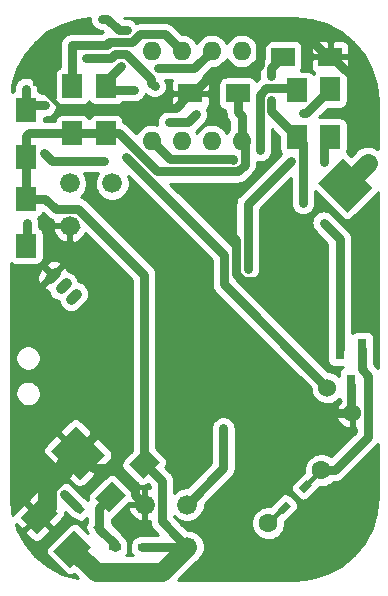
<source format=gbr>
G04 #@! TF.FileFunction,Copper,L2,Bot,Signal*
%FSLAX46Y46*%
G04 Gerber Fmt 4.6, Leading zero omitted, Abs format (unit mm)*
G04 Created by KiCad (PCBNEW (2015-11-17 BZR 6321)-product) date Thu 03 Dec 2015 08:01:09 PM EST*
%MOMM*%
G01*
G04 APERTURE LIST*
%ADD10C,0.100000*%
%ADD11R,2.000000X1.600000*%
%ADD12R,1.000000X0.600000*%
%ADD13O,1.600000X1.600000*%
%ADD14R,0.800100X1.800860*%
%ADD15R,1.700000X2.000000*%
%ADD16C,1.524000*%
%ADD17C,1.676400*%
%ADD18C,1.600200*%
%ADD19C,0.899160*%
%ADD20C,0.600000*%
%ADD21C,1.600000*%
%ADD22C,0.800000*%
%ADD23C,0.400000*%
%ADD24C,0.254000*%
G04 APERTURE END LIST*
D10*
G36*
X80763069Y-104311805D02*
X78288195Y-101836931D01*
X80409515Y-99715611D01*
X82884389Y-102190485D01*
X80763069Y-104311805D01*
X80763069Y-104311805D01*
G37*
G36*
X103036931Y-77088195D02*
X105511805Y-79563069D01*
X103390485Y-81684389D01*
X100915611Y-79209515D01*
X103036931Y-77088195D01*
X103036931Y-77088195D01*
G37*
D11*
X97950000Y-68500000D03*
X101950000Y-68500000D03*
D10*
G36*
X75694796Y-107512563D02*
X77462563Y-105744796D01*
X78876776Y-107159009D01*
X77109009Y-108926776D01*
X75694796Y-107512563D01*
X75694796Y-107512563D01*
G37*
G36*
X78523224Y-110340991D02*
X80290991Y-108573224D01*
X81705204Y-109987437D01*
X79937437Y-111755204D01*
X78523224Y-110340991D01*
X78523224Y-110340991D01*
G37*
D11*
X94125000Y-71600000D03*
X90125000Y-71600000D03*
D10*
G36*
X97921160Y-107203104D02*
X97496896Y-106778840D01*
X98204002Y-106071734D01*
X98628266Y-106495998D01*
X97921160Y-107203104D01*
X97921160Y-107203104D01*
G37*
G36*
X99695998Y-105428266D02*
X99271734Y-105004002D01*
X99978840Y-104296896D01*
X100403104Y-104721160D01*
X99695998Y-105428266D01*
X99695998Y-105428266D01*
G37*
G36*
X82980523Y-108574659D02*
X82556259Y-108998923D01*
X81849153Y-108291817D01*
X82273417Y-107867553D01*
X82980523Y-108574659D01*
X82980523Y-108574659D01*
G37*
G36*
X81205685Y-106799821D02*
X80781421Y-107224085D01*
X80074315Y-106516979D01*
X80498579Y-106092715D01*
X81205685Y-106799821D01*
X81205685Y-106799821D01*
G37*
D12*
X86205000Y-110000000D03*
X83695000Y-110000000D03*
D13*
X94450000Y-68000000D03*
X91910000Y-68000000D03*
X89370000Y-68000000D03*
X86830000Y-68000000D03*
X86830000Y-75620000D03*
X89370000Y-75620000D03*
X91910000Y-75620000D03*
X94450000Y-75620000D03*
D14*
X102750000Y-93247720D03*
X104650000Y-93247720D03*
X103700000Y-96250000D03*
D15*
X99150000Y-71300000D03*
X99150000Y-75300000D03*
X76200000Y-77000000D03*
X76200000Y-73000000D03*
X101950000Y-75250000D03*
X101950000Y-71250000D03*
X82950000Y-74978608D03*
X82950000Y-70978608D03*
X80104678Y-74978608D03*
X80104678Y-70978608D03*
D16*
X101700000Y-96500000D03*
X103821320Y-98621320D03*
D15*
X76200000Y-80500000D03*
X76200000Y-84500000D03*
D10*
G36*
X86306066Y-101591852D02*
X87508148Y-102793934D01*
X86093934Y-104208148D01*
X84891852Y-103006066D01*
X86306066Y-101591852D01*
X86306066Y-101591852D01*
G37*
G36*
X83477638Y-104420280D02*
X84679720Y-105622362D01*
X83265506Y-107036576D01*
X82063424Y-105834494D01*
X83477638Y-104420280D01*
X83477638Y-104420280D01*
G37*
D17*
X86257898Y-106400000D03*
X89850000Y-106400000D03*
X89850000Y-109992102D03*
X79903949Y-82796051D03*
X79903949Y-79203949D03*
X83496051Y-79203949D03*
D18*
X96709872Y-107990128D03*
X101200000Y-103500000D03*
D19*
X79560857Y-87685193D02*
X79135193Y-88110857D01*
X78662832Y-86787168D02*
X78237168Y-87212832D01*
X80458883Y-88583219D02*
X80033219Y-89008883D01*
D20*
X104947800Y-78108800D03*
X104439800Y-77626200D03*
X105151000Y-77449000D03*
X77037336Y-70685485D03*
X80800021Y-73158579D03*
X85200000Y-72800000D03*
X104650000Y-82850000D03*
X101100000Y-86050000D03*
X92950000Y-83000000D03*
X79903949Y-85546051D03*
X96337200Y-101375200D03*
X104846200Y-75314800D03*
X96972200Y-70082400D03*
X96972200Y-72139800D03*
X101391800Y-82528400D03*
X99664600Y-80877400D03*
X76296600Y-82579200D03*
X84725000Y-66300000D03*
X82675000Y-65300000D03*
X84275000Y-69250000D03*
X77750000Y-76625000D03*
X82800000Y-77275000D03*
X87375000Y-69450000D03*
X85350000Y-71325000D03*
X90600000Y-73375000D03*
X88325000Y-74025000D03*
X101700000Y-96500000D03*
X84627800Y-76940400D03*
X93725000Y-77200000D03*
X96032400Y-76407000D03*
X77814228Y-72614149D03*
X81250000Y-68575000D03*
X87100000Y-70975000D03*
X101391800Y-77423000D03*
X92908200Y-99952800D03*
X94965600Y-86490800D03*
X98648600Y-77296000D03*
X99664600Y-73282800D03*
X79395400Y-105490000D03*
D21*
X103213708Y-79386292D02*
X105151000Y-77449000D01*
D22*
X95350000Y-69800000D02*
X96000000Y-69150000D01*
D23*
X79510430Y-73158579D02*
X77337335Y-70985484D01*
X77337335Y-70985484D02*
X77037336Y-70685485D01*
X80800021Y-73158579D02*
X79510430Y-73158579D01*
D22*
X85200000Y-72800000D02*
X88925000Y-72800000D01*
X88925000Y-72800000D02*
X90125000Y-71600000D01*
X90125000Y-71600000D02*
X89650000Y-71600000D01*
X92125000Y-69800000D02*
X95350000Y-69800000D01*
X90125000Y-71600000D02*
X90325000Y-71600000D01*
X90325000Y-71600000D02*
X92125000Y-69800000D01*
X101750000Y-68500000D02*
X101950000Y-68500000D01*
X99700000Y-66450000D02*
X101750000Y-68500000D01*
X97119998Y-66450000D02*
X99700000Y-66450000D01*
X96000000Y-69150000D02*
X96000000Y-67569998D01*
X96000000Y-67569998D02*
X97119998Y-66450000D01*
X93965590Y-84015590D02*
X93965590Y-86905017D01*
X93965590Y-86905017D02*
X94551383Y-87490810D01*
X92950000Y-83000000D02*
X93965590Y-84015590D01*
X94551383Y-87490810D02*
X99659190Y-87490810D01*
X99659190Y-87490810D02*
X101100000Y-86050000D01*
X105146199Y-75014801D02*
X104846200Y-75314800D01*
X102150000Y-68500000D02*
X105146199Y-71496199D01*
X105146199Y-71496199D02*
X105146199Y-75014801D01*
X101950000Y-68500000D02*
X102150000Y-68500000D01*
D21*
X80586292Y-102013708D02*
X79454922Y-103145078D01*
X79454922Y-103145078D02*
X79454922Y-103450566D01*
X79454922Y-103450566D02*
X77995391Y-104910097D01*
X77995391Y-104910097D02*
X77995391Y-106626181D01*
X77995391Y-106626181D02*
X77285786Y-107335786D01*
D22*
X81986200Y-87628302D02*
X81986200Y-100613800D01*
X81986200Y-100613800D02*
X80586292Y-102013708D01*
X79903949Y-85546051D02*
X81986200Y-87628302D01*
X103821320Y-98621320D02*
X99091080Y-98621320D01*
X99091080Y-98621320D02*
X96337200Y-101375200D01*
X103700000Y-96250000D02*
X103700000Y-98500000D01*
X103700000Y-98500000D02*
X103821320Y-98621320D01*
X83882055Y-103321855D02*
X85419699Y-104859499D01*
X85419699Y-104859499D02*
X85419699Y-105561801D01*
X85419699Y-105561801D02*
X86257898Y-106400000D01*
X80586292Y-102013708D02*
X81894439Y-103321855D01*
X81894439Y-103321855D02*
X83882055Y-103321855D01*
X96972200Y-70082400D02*
X96972200Y-69477800D01*
X96972200Y-69477800D02*
X97950000Y-68500000D01*
X96972200Y-73122200D02*
X96972200Y-72139800D01*
X96972200Y-73122200D02*
X99150000Y-75300000D01*
X99664600Y-80877400D02*
X99664600Y-75814600D01*
X99664600Y-75814600D02*
X99150000Y-75300000D01*
X102750000Y-93247720D02*
X102750000Y-83886600D01*
X102750000Y-83886600D02*
X101391800Y-82528400D01*
X76421392Y-74978608D02*
X76200000Y-75200000D01*
X76200000Y-75200000D02*
X76200000Y-77000000D01*
X80104678Y-74978608D02*
X76421392Y-74978608D01*
X94725010Y-75895010D02*
X94450000Y-75620000D01*
X94725010Y-77614218D02*
X94725010Y-75895010D01*
X87301638Y-78200010D02*
X94139218Y-78200010D01*
X84080236Y-74978608D02*
X87301638Y-78200010D01*
X82950000Y-74978608D02*
X84080236Y-74978608D01*
X94139218Y-78200010D02*
X94725010Y-77614218D01*
X94125000Y-71600000D02*
X94125000Y-73200000D01*
X94125000Y-73200000D02*
X94450000Y-73525000D01*
X94450000Y-73525000D02*
X94450000Y-75620000D01*
X86205000Y-110000000D02*
X89842102Y-110000000D01*
X89842102Y-110000000D02*
X89850000Y-109992102D01*
D21*
X80114214Y-110164214D02*
X82094800Y-112144800D01*
X82094800Y-112144800D02*
X87697302Y-112144800D01*
X87697302Y-112144800D02*
X89011801Y-110830301D01*
X89011801Y-110830301D02*
X89850000Y-109992102D01*
D22*
X86005000Y-110000000D02*
X86205000Y-110000000D01*
X78707850Y-81357850D02*
X80594286Y-81357850D01*
X86200000Y-101597918D02*
X86200000Y-102900000D01*
X86200000Y-86963564D02*
X86200000Y-101597918D01*
X77850000Y-80500000D02*
X78707850Y-81357850D01*
X80594286Y-81357850D02*
X86200000Y-86963564D01*
X76200000Y-80500000D02*
X77850000Y-80500000D01*
X86200000Y-102900000D02*
X87696099Y-104396099D01*
X87696099Y-104396099D02*
X87696099Y-107838201D01*
X87696099Y-107838201D02*
X89011801Y-109153903D01*
X89011801Y-109153903D02*
X89850000Y-109992102D01*
D23*
X96709872Y-107990128D02*
X98062581Y-106637419D01*
D22*
X82950000Y-74978608D02*
X80104678Y-74978608D01*
X76200000Y-80500000D02*
X76200000Y-77000000D01*
X104650000Y-93247720D02*
X104650000Y-94948150D01*
X104650000Y-94948150D02*
X105183321Y-95481471D01*
X105183321Y-95481471D02*
X105183321Y-100648191D01*
X105183321Y-100648191D02*
X102331512Y-103500000D01*
X102331512Y-103500000D02*
X101200000Y-103500000D01*
D23*
X99837419Y-104862581D02*
X101200000Y-103500000D01*
D22*
X76296600Y-82579200D02*
X76296600Y-84403400D01*
X76296600Y-84403400D02*
X76200000Y-84500000D01*
D23*
X76200000Y-84500000D02*
X76200000Y-84350000D01*
D22*
X82675000Y-65300000D02*
X83099264Y-65300000D01*
X83099264Y-65300000D02*
X84049234Y-66249970D01*
X84049234Y-66249970D02*
X84725000Y-66249970D01*
X82950000Y-70978608D02*
X82950000Y-70575000D01*
X82950000Y-70575000D02*
X84275000Y-69250000D01*
X82800000Y-77275000D02*
X78400000Y-77275000D01*
X78400000Y-77275000D02*
X77750000Y-76625000D01*
X91910000Y-68000000D02*
X90460000Y-69450000D01*
X90460000Y-69450000D02*
X87375000Y-69450000D01*
X85350000Y-71325000D02*
X83296392Y-71325000D01*
X83296392Y-71325000D02*
X82950000Y-70978608D01*
X85200019Y-67249980D02*
X85850000Y-66599999D01*
X85850000Y-66599999D02*
X87969999Y-66599999D01*
X83004692Y-67495322D02*
X83079680Y-67495322D01*
X83079680Y-67495322D02*
X83325022Y-67249980D01*
X83325022Y-67249980D02*
X85200019Y-67249980D01*
X80104678Y-70978608D02*
X80104678Y-67495322D01*
X80104678Y-67495322D02*
X83004692Y-67495322D01*
X83004692Y-67495322D02*
X83250034Y-67249980D01*
X89370000Y-68000000D02*
X87969999Y-66599999D01*
X88325000Y-74025000D02*
X89950000Y-74025000D01*
X89950000Y-74025000D02*
X90600000Y-73375000D01*
X80104678Y-70978608D02*
X80104678Y-70828608D01*
X100938001Y-95738001D02*
X101700000Y-96500000D01*
X92965579Y-85278179D02*
X92965579Y-87765579D01*
X84627800Y-76940400D02*
X92965579Y-85278179D01*
X92965579Y-87765579D02*
X100938001Y-95738001D01*
X88379000Y-77169000D02*
X93694000Y-77169000D01*
X93694000Y-77169000D02*
X93725000Y-77200000D01*
X98989790Y-71139790D02*
X99150000Y-71300000D01*
X96557982Y-71139789D02*
X98989790Y-71139790D01*
X95972189Y-71725582D02*
X96557982Y-71139789D01*
X95972189Y-75922525D02*
X95972189Y-71725582D01*
X96032400Y-75982736D02*
X95972189Y-75922525D01*
X96032400Y-76407000D02*
X96032400Y-75982736D01*
X86830000Y-75620000D02*
X88379000Y-77169000D01*
D23*
X86830000Y-75620000D02*
X88030001Y-76820001D01*
D22*
X83739239Y-68249990D02*
X83414229Y-68575000D01*
X81674264Y-68575000D02*
X81250000Y-68575000D01*
X84689218Y-68249990D02*
X83739239Y-68249990D01*
X86800001Y-70360773D02*
X84689218Y-68249990D01*
X86800001Y-70675001D02*
X86800001Y-70360773D01*
X87100000Y-70975000D02*
X86800001Y-70675001D01*
X83414229Y-68575000D02*
X81674264Y-68575000D01*
X76585851Y-72614149D02*
X77389964Y-72614149D01*
X77389964Y-72614149D02*
X77814228Y-72614149D01*
X76200000Y-73000000D02*
X76585851Y-72614149D01*
X76200000Y-71200000D02*
X76200000Y-73000000D01*
X101391800Y-77423000D02*
X101391800Y-75808200D01*
X101391800Y-75808200D02*
X101950000Y-75250000D01*
X92908200Y-99952800D02*
X92908200Y-103341800D01*
X92908200Y-103341800D02*
X89850000Y-106400000D01*
X98648600Y-77296000D02*
X94965600Y-80979000D01*
X94965600Y-80979000D02*
X94965600Y-86490800D01*
X101950000Y-71250000D02*
X99917200Y-73282800D01*
X99917200Y-73282800D02*
X99664600Y-73282800D01*
D23*
X90688199Y-105561801D02*
X89850000Y-106400000D01*
D22*
X82414838Y-108433238D02*
X82414838Y-106685162D01*
X82414838Y-106685162D02*
X83371572Y-105728428D01*
X83695000Y-110000000D02*
X83695000Y-109713400D01*
X83695000Y-109713400D02*
X82414838Y-108433238D01*
X80640000Y-106658400D02*
X80563800Y-106658400D01*
X80563800Y-106658400D02*
X79395400Y-105490000D01*
D24*
G36*
X82198830Y-78490796D02*
X82085016Y-78756342D01*
X82024949Y-79038938D01*
X82020915Y-79327820D01*
X82073068Y-79611983D01*
X82179423Y-79880604D01*
X82335928Y-80123451D01*
X82536621Y-80331275D01*
X82773859Y-80496160D01*
X83038604Y-80611825D01*
X83320774Y-80673864D01*
X83609620Y-80679914D01*
X83894141Y-80629746D01*
X84163498Y-80525269D01*
X84407432Y-80370463D01*
X84616652Y-80171226D01*
X84783189Y-79935145D01*
X84900699Y-79671213D01*
X84964706Y-79389483D01*
X84969314Y-79059494D01*
X84913198Y-78776087D01*
X84852492Y-78628804D01*
X91930579Y-85706890D01*
X91930579Y-87765579D01*
X91939912Y-87860765D01*
X91948241Y-87955968D01*
X91949759Y-87961191D01*
X91950290Y-87966612D01*
X91977929Y-88058157D01*
X92004596Y-88149945D01*
X92007101Y-88154778D01*
X92008674Y-88159987D01*
X92053544Y-88244375D01*
X92097555Y-88329280D01*
X92100952Y-88333535D01*
X92103506Y-88338339D01*
X92163906Y-88412397D01*
X92223576Y-88487145D01*
X92231051Y-88494725D01*
X92231173Y-88494875D01*
X92231312Y-88494990D01*
X92233723Y-88497435D01*
X100206074Y-96469785D01*
X100206145Y-96469857D01*
X100301888Y-96565600D01*
X100301164Y-96617464D01*
X100350620Y-96886928D01*
X100451474Y-97141655D01*
X100599883Y-97371942D01*
X100790196Y-97569016D01*
X101015163Y-97725372D01*
X101266215Y-97835054D01*
X101533789Y-97893884D01*
X101807695Y-97899622D01*
X102077499Y-97852048D01*
X102332923Y-97752975D01*
X102564240Y-97606177D01*
X102734320Y-97444213D01*
X102737220Y-97451215D01*
X102806713Y-97555219D01*
X102859361Y-97607867D01*
X102779096Y-97680944D01*
X102615664Y-97902341D01*
X102498564Y-98151368D01*
X102460397Y-98277188D01*
X102582805Y-98494320D01*
X103694320Y-98494320D01*
X103694320Y-97382805D01*
X103573000Y-97314411D01*
X103573000Y-96377000D01*
X103553000Y-96377000D01*
X103553000Y-96123000D01*
X103573000Y-96123000D01*
X103573000Y-96103000D01*
X103827000Y-96103000D01*
X103827000Y-96123000D01*
X103847000Y-96123000D01*
X103847000Y-96377000D01*
X103827000Y-96377000D01*
X103827000Y-97626680D01*
X103948320Y-97748000D01*
X103948320Y-98314712D01*
X103835461Y-98427571D01*
X104015069Y-98607179D01*
X104127928Y-98494320D01*
X104148321Y-98494320D01*
X104148321Y-98748320D01*
X104127928Y-98748320D01*
X104015069Y-98635461D01*
X103835461Y-98815069D01*
X103948320Y-98927928D01*
X103948320Y-99859835D01*
X104148321Y-99972585D01*
X104148321Y-100219480D01*
X102035420Y-102332380D01*
X101885871Y-102231508D01*
X101626424Y-102122447D01*
X101350735Y-102065856D01*
X101069304Y-102063891D01*
X100792851Y-102116627D01*
X100531907Y-102222055D01*
X100296410Y-102376160D01*
X100095330Y-102573072D01*
X99936327Y-102805290D01*
X99825457Y-103063969D01*
X99766943Y-103339257D01*
X99763013Y-103620667D01*
X99777163Y-103697767D01*
X99671215Y-103737877D01*
X99527655Y-103845711D01*
X98820549Y-104552817D01*
X98754747Y-104630023D01*
X98671027Y-104788858D01*
X98634872Y-104964728D01*
X98649144Y-105143709D01*
X98712715Y-105311627D01*
X98820549Y-105455187D01*
X99244813Y-105879451D01*
X99322019Y-105945253D01*
X99480854Y-106028973D01*
X99656724Y-106065128D01*
X99835705Y-106050856D01*
X100003623Y-105987285D01*
X100147183Y-105879451D01*
X100854289Y-105172345D01*
X100920091Y-105095139D01*
X101003811Y-104936304D01*
X101005778Y-104926738D01*
X101029256Y-104931900D01*
X101310632Y-104937794D01*
X101587794Y-104888923D01*
X101850185Y-104787148D01*
X102087811Y-104636346D01*
X102194235Y-104535000D01*
X102331512Y-104535000D01*
X102426698Y-104525667D01*
X102521901Y-104517338D01*
X102527124Y-104515820D01*
X102532545Y-104515289D01*
X102624090Y-104487650D01*
X102715878Y-104460983D01*
X102720711Y-104458478D01*
X102725920Y-104456905D01*
X102810308Y-104412035D01*
X102895213Y-104368024D01*
X102899468Y-104364627D01*
X102904272Y-104362073D01*
X102978330Y-104301673D01*
X103053078Y-104242003D01*
X103060658Y-104234528D01*
X103060808Y-104234406D01*
X103060923Y-104234267D01*
X103063368Y-104231856D01*
X105915177Y-101380046D01*
X105975889Y-101306135D01*
X105990000Y-101289318D01*
X105990000Y-105715280D01*
X105852585Y-107116745D01*
X105455657Y-108431436D01*
X104810928Y-109643995D01*
X103942965Y-110708223D01*
X102884817Y-111583600D01*
X101676791Y-112236777D01*
X100364904Y-112642874D01*
X98965658Y-112789941D01*
X98948665Y-112790000D01*
X89081498Y-112790000D01*
X90628646Y-111242852D01*
X90761381Y-111158616D01*
X90970601Y-110959379D01*
X91137138Y-110723298D01*
X91254648Y-110459366D01*
X91318655Y-110177636D01*
X91323263Y-109847647D01*
X91267147Y-109564240D01*
X91157052Y-109297130D01*
X90997172Y-109056491D01*
X90793597Y-108851490D01*
X90554080Y-108689934D01*
X90287745Y-108577977D01*
X90004736Y-108519883D01*
X89840345Y-108518735D01*
X89743657Y-108422047D01*
X89743651Y-108422042D01*
X89432405Y-108110795D01*
X95272885Y-108110795D01*
X95323690Y-108387609D01*
X95427294Y-108649283D01*
X95579752Y-108885850D01*
X95775255Y-109088300D01*
X96006357Y-109248920D01*
X96264256Y-109361593D01*
X96539128Y-109422028D01*
X96820504Y-109427922D01*
X97097666Y-109379051D01*
X97360057Y-109277276D01*
X97597683Y-109126474D01*
X97801492Y-108932389D01*
X97963722Y-108702414D01*
X98078193Y-108445308D01*
X98140545Y-108170864D01*
X98145034Y-107849409D01*
X98134796Y-107797706D01*
X98228785Y-107762123D01*
X98372345Y-107654289D01*
X99079451Y-106947183D01*
X99145253Y-106869977D01*
X99228973Y-106711142D01*
X99265128Y-106535272D01*
X99250856Y-106356291D01*
X99187285Y-106188373D01*
X99079451Y-106044813D01*
X98655187Y-105620549D01*
X98577981Y-105554747D01*
X98419146Y-105471027D01*
X98243276Y-105434872D01*
X98064295Y-105449144D01*
X97896377Y-105512715D01*
X97752817Y-105620549D01*
X97045711Y-106327655D01*
X96979909Y-106404861D01*
X96896383Y-106563328D01*
X96860607Y-106555984D01*
X96579176Y-106554019D01*
X96302723Y-106606755D01*
X96041779Y-106712183D01*
X95806282Y-106866288D01*
X95605202Y-107063200D01*
X95446199Y-107295418D01*
X95335329Y-107554097D01*
X95276815Y-107829385D01*
X95272885Y-108110795D01*
X89432405Y-108110795D01*
X88731099Y-107409489D01*
X88731099Y-107362189D01*
X88890570Y-107527326D01*
X89127808Y-107692211D01*
X89392553Y-107807876D01*
X89674723Y-107869915D01*
X89963569Y-107875965D01*
X90248090Y-107825797D01*
X90517447Y-107721320D01*
X90761381Y-107566514D01*
X90970601Y-107367277D01*
X91137138Y-107131196D01*
X91254648Y-106867264D01*
X91318655Y-106585534D01*
X91321353Y-106392359D01*
X93640056Y-104073655D01*
X93700768Y-103999744D01*
X93762192Y-103926541D01*
X93764811Y-103921777D01*
X93768270Y-103917566D01*
X93813479Y-103833250D01*
X93859505Y-103749530D01*
X93861151Y-103744343D01*
X93863723Y-103739545D01*
X93891663Y-103648155D01*
X93920583Y-103556989D01*
X93921190Y-103551575D01*
X93922780Y-103546375D01*
X93932439Y-103451288D01*
X93943099Y-103356251D01*
X93943173Y-103345617D01*
X93943194Y-103345413D01*
X93943176Y-103345223D01*
X93943200Y-103341800D01*
X93943200Y-99952800D01*
X93923489Y-99751767D01*
X93865105Y-99558392D01*
X93770273Y-99380040D01*
X93642606Y-99223504D01*
X93486965Y-99094746D01*
X93309279Y-98998672D01*
X93201963Y-98965452D01*
X102460397Y-98965452D01*
X102553684Y-99224343D01*
X102695685Y-99460060D01*
X102880944Y-99663544D01*
X103102341Y-99826976D01*
X103351368Y-99944076D01*
X103477188Y-99982243D01*
X103694320Y-99859835D01*
X103694320Y-98748320D01*
X102582805Y-98748320D01*
X102460397Y-98965452D01*
X93201963Y-98965452D01*
X93116316Y-98938940D01*
X92915426Y-98917825D01*
X92714260Y-98936133D01*
X92520482Y-98993165D01*
X92341472Y-99086749D01*
X92184048Y-99213321D01*
X92054208Y-99368059D01*
X91956895Y-99545070D01*
X91895817Y-99737611D01*
X91873301Y-99938349D01*
X91873200Y-99952800D01*
X91873200Y-102913089D01*
X89859521Y-104926767D01*
X89715834Y-104925764D01*
X89432042Y-104979901D01*
X89164170Y-105088128D01*
X88922421Y-105246324D01*
X88731099Y-105433681D01*
X88731099Y-104396099D01*
X88721767Y-104300921D01*
X88713437Y-104205709D01*
X88711919Y-104200485D01*
X88711388Y-104195066D01*
X88683752Y-104103533D01*
X88657082Y-104011733D01*
X88654577Y-104006900D01*
X88653004Y-104001691D01*
X88608145Y-103917323D01*
X88564123Y-103832397D01*
X88560725Y-103828140D01*
X88558172Y-103823339D01*
X88497765Y-103749273D01*
X88438101Y-103674533D01*
X88430632Y-103666959D01*
X88430505Y-103666803D01*
X88430361Y-103666684D01*
X88427954Y-103664243D01*
X87982108Y-103218397D01*
X88025135Y-103167913D01*
X88108855Y-103009078D01*
X88145010Y-102833208D01*
X88130738Y-102654227D01*
X88067167Y-102486309D01*
X87959333Y-102342749D01*
X87235000Y-101618416D01*
X87235000Y-86963564D01*
X87225672Y-86868423D01*
X87217338Y-86773175D01*
X87215820Y-86767952D01*
X87215289Y-86762531D01*
X87187646Y-86670973D01*
X87160983Y-86579199D01*
X87158478Y-86574367D01*
X87156905Y-86569156D01*
X87112046Y-86484789D01*
X87068025Y-86399863D01*
X87064625Y-86395605D01*
X87062073Y-86390804D01*
X87001696Y-86316774D01*
X86942003Y-86241998D01*
X86934532Y-86234422D01*
X86934406Y-86234268D01*
X86934263Y-86234150D01*
X86931856Y-86231709D01*
X81326142Y-80625994D01*
X81252205Y-80565262D01*
X81179027Y-80503858D01*
X81174263Y-80501239D01*
X81170052Y-80497780D01*
X81085736Y-80452571D01*
X81002016Y-80406545D01*
X80996829Y-80404899D01*
X80992031Y-80402327D01*
X80900641Y-80374387D01*
X80833557Y-80353106D01*
X81024550Y-80171226D01*
X81191087Y-79935145D01*
X81308597Y-79671213D01*
X81372604Y-79389483D01*
X81377212Y-79059494D01*
X81321096Y-78776087D01*
X81211001Y-78508977D01*
X81078801Y-78310000D01*
X82322623Y-78310000D01*
X82198830Y-78490796D01*
X82198830Y-78490796D01*
G37*
X82198830Y-78490796D02*
X82085016Y-78756342D01*
X82024949Y-79038938D01*
X82020915Y-79327820D01*
X82073068Y-79611983D01*
X82179423Y-79880604D01*
X82335928Y-80123451D01*
X82536621Y-80331275D01*
X82773859Y-80496160D01*
X83038604Y-80611825D01*
X83320774Y-80673864D01*
X83609620Y-80679914D01*
X83894141Y-80629746D01*
X84163498Y-80525269D01*
X84407432Y-80370463D01*
X84616652Y-80171226D01*
X84783189Y-79935145D01*
X84900699Y-79671213D01*
X84964706Y-79389483D01*
X84969314Y-79059494D01*
X84913198Y-78776087D01*
X84852492Y-78628804D01*
X91930579Y-85706890D01*
X91930579Y-87765579D01*
X91939912Y-87860765D01*
X91948241Y-87955968D01*
X91949759Y-87961191D01*
X91950290Y-87966612D01*
X91977929Y-88058157D01*
X92004596Y-88149945D01*
X92007101Y-88154778D01*
X92008674Y-88159987D01*
X92053544Y-88244375D01*
X92097555Y-88329280D01*
X92100952Y-88333535D01*
X92103506Y-88338339D01*
X92163906Y-88412397D01*
X92223576Y-88487145D01*
X92231051Y-88494725D01*
X92231173Y-88494875D01*
X92231312Y-88494990D01*
X92233723Y-88497435D01*
X100206074Y-96469785D01*
X100206145Y-96469857D01*
X100301888Y-96565600D01*
X100301164Y-96617464D01*
X100350620Y-96886928D01*
X100451474Y-97141655D01*
X100599883Y-97371942D01*
X100790196Y-97569016D01*
X101015163Y-97725372D01*
X101266215Y-97835054D01*
X101533789Y-97893884D01*
X101807695Y-97899622D01*
X102077499Y-97852048D01*
X102332923Y-97752975D01*
X102564240Y-97606177D01*
X102734320Y-97444213D01*
X102737220Y-97451215D01*
X102806713Y-97555219D01*
X102859361Y-97607867D01*
X102779096Y-97680944D01*
X102615664Y-97902341D01*
X102498564Y-98151368D01*
X102460397Y-98277188D01*
X102582805Y-98494320D01*
X103694320Y-98494320D01*
X103694320Y-97382805D01*
X103573000Y-97314411D01*
X103573000Y-96377000D01*
X103553000Y-96377000D01*
X103553000Y-96123000D01*
X103573000Y-96123000D01*
X103573000Y-96103000D01*
X103827000Y-96103000D01*
X103827000Y-96123000D01*
X103847000Y-96123000D01*
X103847000Y-96377000D01*
X103827000Y-96377000D01*
X103827000Y-97626680D01*
X103948320Y-97748000D01*
X103948320Y-98314712D01*
X103835461Y-98427571D01*
X104015069Y-98607179D01*
X104127928Y-98494320D01*
X104148321Y-98494320D01*
X104148321Y-98748320D01*
X104127928Y-98748320D01*
X104015069Y-98635461D01*
X103835461Y-98815069D01*
X103948320Y-98927928D01*
X103948320Y-99859835D01*
X104148321Y-99972585D01*
X104148321Y-100219480D01*
X102035420Y-102332380D01*
X101885871Y-102231508D01*
X101626424Y-102122447D01*
X101350735Y-102065856D01*
X101069304Y-102063891D01*
X100792851Y-102116627D01*
X100531907Y-102222055D01*
X100296410Y-102376160D01*
X100095330Y-102573072D01*
X99936327Y-102805290D01*
X99825457Y-103063969D01*
X99766943Y-103339257D01*
X99763013Y-103620667D01*
X99777163Y-103697767D01*
X99671215Y-103737877D01*
X99527655Y-103845711D01*
X98820549Y-104552817D01*
X98754747Y-104630023D01*
X98671027Y-104788858D01*
X98634872Y-104964728D01*
X98649144Y-105143709D01*
X98712715Y-105311627D01*
X98820549Y-105455187D01*
X99244813Y-105879451D01*
X99322019Y-105945253D01*
X99480854Y-106028973D01*
X99656724Y-106065128D01*
X99835705Y-106050856D01*
X100003623Y-105987285D01*
X100147183Y-105879451D01*
X100854289Y-105172345D01*
X100920091Y-105095139D01*
X101003811Y-104936304D01*
X101005778Y-104926738D01*
X101029256Y-104931900D01*
X101310632Y-104937794D01*
X101587794Y-104888923D01*
X101850185Y-104787148D01*
X102087811Y-104636346D01*
X102194235Y-104535000D01*
X102331512Y-104535000D01*
X102426698Y-104525667D01*
X102521901Y-104517338D01*
X102527124Y-104515820D01*
X102532545Y-104515289D01*
X102624090Y-104487650D01*
X102715878Y-104460983D01*
X102720711Y-104458478D01*
X102725920Y-104456905D01*
X102810308Y-104412035D01*
X102895213Y-104368024D01*
X102899468Y-104364627D01*
X102904272Y-104362073D01*
X102978330Y-104301673D01*
X103053078Y-104242003D01*
X103060658Y-104234528D01*
X103060808Y-104234406D01*
X103060923Y-104234267D01*
X103063368Y-104231856D01*
X105915177Y-101380046D01*
X105975889Y-101306135D01*
X105990000Y-101289318D01*
X105990000Y-105715280D01*
X105852585Y-107116745D01*
X105455657Y-108431436D01*
X104810928Y-109643995D01*
X103942965Y-110708223D01*
X102884817Y-111583600D01*
X101676791Y-112236777D01*
X100364904Y-112642874D01*
X98965658Y-112789941D01*
X98948665Y-112790000D01*
X89081498Y-112790000D01*
X90628646Y-111242852D01*
X90761381Y-111158616D01*
X90970601Y-110959379D01*
X91137138Y-110723298D01*
X91254648Y-110459366D01*
X91318655Y-110177636D01*
X91323263Y-109847647D01*
X91267147Y-109564240D01*
X91157052Y-109297130D01*
X90997172Y-109056491D01*
X90793597Y-108851490D01*
X90554080Y-108689934D01*
X90287745Y-108577977D01*
X90004736Y-108519883D01*
X89840345Y-108518735D01*
X89743657Y-108422047D01*
X89743651Y-108422042D01*
X89432405Y-108110795D01*
X95272885Y-108110795D01*
X95323690Y-108387609D01*
X95427294Y-108649283D01*
X95579752Y-108885850D01*
X95775255Y-109088300D01*
X96006357Y-109248920D01*
X96264256Y-109361593D01*
X96539128Y-109422028D01*
X96820504Y-109427922D01*
X97097666Y-109379051D01*
X97360057Y-109277276D01*
X97597683Y-109126474D01*
X97801492Y-108932389D01*
X97963722Y-108702414D01*
X98078193Y-108445308D01*
X98140545Y-108170864D01*
X98145034Y-107849409D01*
X98134796Y-107797706D01*
X98228785Y-107762123D01*
X98372345Y-107654289D01*
X99079451Y-106947183D01*
X99145253Y-106869977D01*
X99228973Y-106711142D01*
X99265128Y-106535272D01*
X99250856Y-106356291D01*
X99187285Y-106188373D01*
X99079451Y-106044813D01*
X98655187Y-105620549D01*
X98577981Y-105554747D01*
X98419146Y-105471027D01*
X98243276Y-105434872D01*
X98064295Y-105449144D01*
X97896377Y-105512715D01*
X97752817Y-105620549D01*
X97045711Y-106327655D01*
X96979909Y-106404861D01*
X96896383Y-106563328D01*
X96860607Y-106555984D01*
X96579176Y-106554019D01*
X96302723Y-106606755D01*
X96041779Y-106712183D01*
X95806282Y-106866288D01*
X95605202Y-107063200D01*
X95446199Y-107295418D01*
X95335329Y-107554097D01*
X95276815Y-107829385D01*
X95272885Y-108110795D01*
X89432405Y-108110795D01*
X88731099Y-107409489D01*
X88731099Y-107362189D01*
X88890570Y-107527326D01*
X89127808Y-107692211D01*
X89392553Y-107807876D01*
X89674723Y-107869915D01*
X89963569Y-107875965D01*
X90248090Y-107825797D01*
X90517447Y-107721320D01*
X90761381Y-107566514D01*
X90970601Y-107367277D01*
X91137138Y-107131196D01*
X91254648Y-106867264D01*
X91318655Y-106585534D01*
X91321353Y-106392359D01*
X93640056Y-104073655D01*
X93700768Y-103999744D01*
X93762192Y-103926541D01*
X93764811Y-103921777D01*
X93768270Y-103917566D01*
X93813479Y-103833250D01*
X93859505Y-103749530D01*
X93861151Y-103744343D01*
X93863723Y-103739545D01*
X93891663Y-103648155D01*
X93920583Y-103556989D01*
X93921190Y-103551575D01*
X93922780Y-103546375D01*
X93932439Y-103451288D01*
X93943099Y-103356251D01*
X93943173Y-103345617D01*
X93943194Y-103345413D01*
X93943176Y-103345223D01*
X93943200Y-103341800D01*
X93943200Y-99952800D01*
X93923489Y-99751767D01*
X93865105Y-99558392D01*
X93770273Y-99380040D01*
X93642606Y-99223504D01*
X93486965Y-99094746D01*
X93309279Y-98998672D01*
X93201963Y-98965452D01*
X102460397Y-98965452D01*
X102553684Y-99224343D01*
X102695685Y-99460060D01*
X102880944Y-99663544D01*
X103102341Y-99826976D01*
X103351368Y-99944076D01*
X103477188Y-99982243D01*
X103694320Y-99859835D01*
X103694320Y-98748320D01*
X102582805Y-98748320D01*
X102460397Y-98965452D01*
X93201963Y-98965452D01*
X93116316Y-98938940D01*
X92915426Y-98917825D01*
X92714260Y-98936133D01*
X92520482Y-98993165D01*
X92341472Y-99086749D01*
X92184048Y-99213321D01*
X92054208Y-99368059D01*
X91956895Y-99545070D01*
X91895817Y-99737611D01*
X91873301Y-99938349D01*
X91873200Y-99952800D01*
X91873200Y-102913089D01*
X89859521Y-104926767D01*
X89715834Y-104925764D01*
X89432042Y-104979901D01*
X89164170Y-105088128D01*
X88922421Y-105246324D01*
X88731099Y-105433681D01*
X88731099Y-104396099D01*
X88721767Y-104300921D01*
X88713437Y-104205709D01*
X88711919Y-104200485D01*
X88711388Y-104195066D01*
X88683752Y-104103533D01*
X88657082Y-104011733D01*
X88654577Y-104006900D01*
X88653004Y-104001691D01*
X88608145Y-103917323D01*
X88564123Y-103832397D01*
X88560725Y-103828140D01*
X88558172Y-103823339D01*
X88497765Y-103749273D01*
X88438101Y-103674533D01*
X88430632Y-103666959D01*
X88430505Y-103666803D01*
X88430361Y-103666684D01*
X88427954Y-103664243D01*
X87982108Y-103218397D01*
X88025135Y-103167913D01*
X88108855Y-103009078D01*
X88145010Y-102833208D01*
X88130738Y-102654227D01*
X88067167Y-102486309D01*
X87959333Y-102342749D01*
X87235000Y-101618416D01*
X87235000Y-86963564D01*
X87225672Y-86868423D01*
X87217338Y-86773175D01*
X87215820Y-86767952D01*
X87215289Y-86762531D01*
X87187646Y-86670973D01*
X87160983Y-86579199D01*
X87158478Y-86574367D01*
X87156905Y-86569156D01*
X87112046Y-86484789D01*
X87068025Y-86399863D01*
X87064625Y-86395605D01*
X87062073Y-86390804D01*
X87001696Y-86316774D01*
X86942003Y-86241998D01*
X86934532Y-86234422D01*
X86934406Y-86234268D01*
X86934263Y-86234150D01*
X86931856Y-86231709D01*
X81326142Y-80625994D01*
X81252205Y-80565262D01*
X81179027Y-80503858D01*
X81174263Y-80501239D01*
X81170052Y-80497780D01*
X81085736Y-80452571D01*
X81002016Y-80406545D01*
X80996829Y-80404899D01*
X80992031Y-80402327D01*
X80900641Y-80374387D01*
X80833557Y-80353106D01*
X81024550Y-80171226D01*
X81191087Y-79935145D01*
X81308597Y-79671213D01*
X81372604Y-79389483D01*
X81377212Y-79059494D01*
X81321096Y-78776087D01*
X81211001Y-78508977D01*
X81078801Y-78310000D01*
X82322623Y-78310000D01*
X82198830Y-78490796D01*
G36*
X77975994Y-82089705D02*
X78049874Y-82150391D01*
X78123109Y-82211842D01*
X78127877Y-82214463D01*
X78132084Y-82217919D01*
X78216380Y-82263118D01*
X78300120Y-82309155D01*
X78305305Y-82310800D01*
X78310104Y-82313373D01*
X78401509Y-82341318D01*
X78488624Y-82368952D01*
X78467104Y-82439894D01*
X78588487Y-82669051D01*
X79597341Y-82669051D01*
X79710200Y-82781910D01*
X79889808Y-82602302D01*
X79776949Y-82489443D01*
X79776949Y-82392850D01*
X80030949Y-82392850D01*
X80030949Y-82489443D01*
X79918090Y-82602302D01*
X80097698Y-82781910D01*
X80210557Y-82669051D01*
X80441775Y-82669051D01*
X80695775Y-82923051D01*
X80030949Y-82923051D01*
X80030949Y-84111513D01*
X80260106Y-84232896D01*
X80533577Y-84135805D01*
X80782852Y-83987228D01*
X80998351Y-83792874D01*
X81171793Y-83560213D01*
X81223759Y-83451035D01*
X85165000Y-87392275D01*
X85165000Y-101830548D01*
X84440667Y-102554881D01*
X84374865Y-102632087D01*
X84291145Y-102790922D01*
X84254990Y-102966792D01*
X84269262Y-103145773D01*
X84332833Y-103313691D01*
X84440667Y-103457251D01*
X85642749Y-104659333D01*
X85719955Y-104725135D01*
X85878790Y-104808855D01*
X86054660Y-104845010D01*
X86233641Y-104830738D01*
X86401559Y-104767167D01*
X86516853Y-104680565D01*
X86661099Y-104824810D01*
X86661099Y-104977426D01*
X86614055Y-104963155D01*
X86384898Y-105084538D01*
X86384898Y-106093392D01*
X86272039Y-106206251D01*
X86451647Y-106385859D01*
X86564506Y-106273000D01*
X86661099Y-106273000D01*
X86661099Y-106527000D01*
X86564506Y-106527000D01*
X86451647Y-106414141D01*
X86272039Y-106593749D01*
X86384898Y-106706608D01*
X86384898Y-107715462D01*
X86614055Y-107836845D01*
X86661099Y-107820143D01*
X86661099Y-107838201D01*
X86670432Y-107933387D01*
X86678761Y-108028590D01*
X86680279Y-108033813D01*
X86680810Y-108039234D01*
X86708449Y-108130779D01*
X86735116Y-108222567D01*
X86737621Y-108227400D01*
X86739194Y-108232609D01*
X86784064Y-108316997D01*
X86828075Y-108401902D01*
X86831472Y-108406157D01*
X86834026Y-108410961D01*
X86894426Y-108485019D01*
X86954096Y-108559767D01*
X86961571Y-108567347D01*
X86961693Y-108567497D01*
X86961832Y-108567612D01*
X86964243Y-108570057D01*
X87359186Y-108965000D01*
X86005000Y-108965000D01*
X85803967Y-108984711D01*
X85610592Y-109043095D01*
X85498815Y-109102528D01*
X85432366Y-109123106D01*
X85282441Y-109221900D01*
X85165975Y-109358550D01*
X85092190Y-109522237D01*
X85092138Y-109522600D01*
X85050872Y-109598921D01*
X84991140Y-109791884D01*
X84970025Y-109992774D01*
X84988333Y-110193940D01*
X85045365Y-110387718D01*
X85107863Y-110507265D01*
X85128106Y-110572634D01*
X85218492Y-110709800D01*
X84675771Y-110709800D01*
X84734025Y-110641450D01*
X84807810Y-110477763D01*
X84833072Y-110300000D01*
X84833072Y-109700000D01*
X84825008Y-109598879D01*
X84771894Y-109427366D01*
X84673100Y-109277441D01*
X84594527Y-109210474D01*
X84563024Y-109149698D01*
X84559626Y-109145441D01*
X84557073Y-109140640D01*
X84496666Y-109066574D01*
X84437002Y-108991834D01*
X84429533Y-108984260D01*
X84429406Y-108984104D01*
X84429262Y-108983985D01*
X84426855Y-108981544D01*
X83449838Y-108004526D01*
X83449838Y-107642272D01*
X83573131Y-107595595D01*
X83716691Y-107487761D01*
X84448295Y-106756157D01*
X84821053Y-106756157D01*
X84918144Y-107029628D01*
X85066721Y-107278903D01*
X85261075Y-107494402D01*
X85493736Y-107667844D01*
X85755763Y-107792563D01*
X85901741Y-107836845D01*
X86130898Y-107715462D01*
X86130898Y-106527000D01*
X84942436Y-106527000D01*
X84821053Y-106756157D01*
X84448295Y-106756157D01*
X84938633Y-106265819D01*
X84942436Y-106273000D01*
X85951290Y-106273000D01*
X86064149Y-106385859D01*
X86243757Y-106206251D01*
X86130898Y-106093392D01*
X86130898Y-105084538D01*
X85901741Y-104963155D01*
X85628270Y-105060246D01*
X85378995Y-105208823D01*
X85309240Y-105271734D01*
X85301386Y-105263880D01*
X85241977Y-105323289D01*
X85238739Y-105314737D01*
X85130905Y-105171177D01*
X83928823Y-103969095D01*
X83851617Y-103903293D01*
X83692782Y-103819573D01*
X83516912Y-103783418D01*
X83337931Y-103797690D01*
X83170013Y-103861261D01*
X83026453Y-103969095D01*
X81612239Y-105383309D01*
X81546437Y-105460515D01*
X81462717Y-105619350D01*
X81426562Y-105795220D01*
X81440834Y-105974201D01*
X81466847Y-106042912D01*
X81379479Y-105934248D01*
X81224741Y-105804408D01*
X81110976Y-105741865D01*
X80127256Y-104758144D01*
X79971166Y-104629930D01*
X79793145Y-104534477D01*
X79599975Y-104475420D01*
X79399013Y-104455006D01*
X79197913Y-104474016D01*
X79004335Y-104531724D01*
X78825653Y-104625932D01*
X78668672Y-104753053D01*
X78539372Y-104908244D01*
X78442678Y-105085594D01*
X78382272Y-105278347D01*
X78360457Y-105479162D01*
X78378062Y-105680389D01*
X78411591Y-105795798D01*
X77867352Y-105251559D01*
X77763348Y-105182066D01*
X77647786Y-105134198D01*
X77525105Y-105109795D01*
X77400021Y-105109795D01*
X77277340Y-105134198D01*
X77161778Y-105182066D01*
X77057774Y-105251559D01*
X76331722Y-105977611D01*
X76331722Y-106202117D01*
X77285786Y-107156181D01*
X77299929Y-107142039D01*
X77479534Y-107321644D01*
X77465391Y-107335786D01*
X78419455Y-108289850D01*
X78643961Y-108289850D01*
X79370013Y-107563798D01*
X79439506Y-107459794D01*
X79487374Y-107344232D01*
X79511777Y-107221551D01*
X79511777Y-107096467D01*
X79505227Y-107063538D01*
X79831944Y-107390255D01*
X79905824Y-107450941D01*
X79979059Y-107512392D01*
X79983827Y-107515013D01*
X79988034Y-107518469D01*
X80072295Y-107563649D01*
X80156070Y-107609705D01*
X80161259Y-107611351D01*
X80166054Y-107613922D01*
X80257413Y-107641853D01*
X80315127Y-107660161D01*
X80330236Y-107675270D01*
X80407442Y-107741072D01*
X80566277Y-107824792D01*
X80742147Y-107860947D01*
X80921128Y-107846675D01*
X81089046Y-107783104D01*
X81232606Y-107675270D01*
X81379838Y-107528038D01*
X81379838Y-107861904D01*
X81332166Y-107917838D01*
X81248446Y-108076673D01*
X81212291Y-108252543D01*
X81226563Y-108431524D01*
X81290134Y-108599442D01*
X81397968Y-108743002D01*
X81446191Y-108791225D01*
X81453855Y-108817604D01*
X81456360Y-108822437D01*
X81457933Y-108827646D01*
X81469458Y-108849321D01*
X80742176Y-108122039D01*
X80664970Y-108056237D01*
X80506135Y-107972517D01*
X80330265Y-107936362D01*
X80151284Y-107950634D01*
X79983366Y-108014205D01*
X79839806Y-108122039D01*
X78072039Y-109889806D01*
X78006237Y-109967012D01*
X77922517Y-110125847D01*
X77886362Y-110301717D01*
X77900634Y-110480698D01*
X77964205Y-110648616D01*
X78072039Y-110792176D01*
X79486252Y-112206389D01*
X79563458Y-112272191D01*
X79722293Y-112355911D01*
X79898163Y-112392066D01*
X80077144Y-112377794D01*
X80237637Y-112317034D01*
X80568834Y-112648231D01*
X79268564Y-112255657D01*
X78056005Y-111610928D01*
X76991777Y-110742965D01*
X76116400Y-109684817D01*
X75554840Y-108646232D01*
X76154945Y-108646232D01*
X76154945Y-108870738D01*
X76704220Y-109420013D01*
X76808224Y-109489506D01*
X76923786Y-109537374D01*
X77046467Y-109561777D01*
X77171551Y-109561777D01*
X77294232Y-109537374D01*
X77409794Y-109489506D01*
X77513798Y-109420013D01*
X78239850Y-108693961D01*
X78239850Y-108469455D01*
X77285786Y-107515391D01*
X76154945Y-108646232D01*
X75554840Y-108646232D01*
X75463223Y-108476791D01*
X75329720Y-108045513D01*
X75750834Y-108466627D01*
X75975340Y-108466627D01*
X77106181Y-107335786D01*
X76152117Y-106381722D01*
X75927611Y-106381722D01*
X75201559Y-107107774D01*
X75132066Y-107211778D01*
X75097482Y-107295271D01*
X75057126Y-107164904D01*
X74910059Y-105765658D01*
X74910000Y-105748665D01*
X74910000Y-103500930D01*
X79278675Y-103500930D01*
X79278675Y-103725437D01*
X80358280Y-104805042D01*
X80462284Y-104874535D01*
X80577846Y-104922402D01*
X80700527Y-104946805D01*
X80825611Y-104946805D01*
X80948292Y-104922402D01*
X81063854Y-104874535D01*
X81167858Y-104805042D01*
X82070686Y-103902213D01*
X82070686Y-103677707D01*
X80586292Y-102193313D01*
X79278675Y-103500930D01*
X74910000Y-103500930D01*
X74910000Y-101774389D01*
X77653195Y-101774389D01*
X77653195Y-101899473D01*
X77677598Y-102022154D01*
X77725465Y-102137716D01*
X77794958Y-102241720D01*
X78874563Y-103321325D01*
X79099070Y-103321325D01*
X80406687Y-102013708D01*
X80765897Y-102013708D01*
X82250291Y-103498102D01*
X82474797Y-103498102D01*
X83377626Y-102595274D01*
X83447119Y-102491270D01*
X83494986Y-102375708D01*
X83519389Y-102253027D01*
X83519389Y-102127943D01*
X83494986Y-102005262D01*
X83447119Y-101889700D01*
X83377626Y-101785696D01*
X82298021Y-100706091D01*
X82073514Y-100706091D01*
X80765897Y-102013708D01*
X80406687Y-102013708D01*
X78922293Y-100529314D01*
X78697787Y-100529314D01*
X77794958Y-101432142D01*
X77725465Y-101536146D01*
X77677598Y-101651708D01*
X77653195Y-101774389D01*
X74910000Y-101774389D01*
X74910000Y-100125203D01*
X79101898Y-100125203D01*
X79101898Y-100349709D01*
X80586292Y-101834103D01*
X81893909Y-100526486D01*
X81893909Y-100301979D01*
X80814304Y-99222374D01*
X80710300Y-99152881D01*
X80594738Y-99105014D01*
X80472057Y-99080611D01*
X80346973Y-99080611D01*
X80224292Y-99105014D01*
X80108730Y-99152881D01*
X80004726Y-99222374D01*
X79101898Y-100125203D01*
X74910000Y-100125203D01*
X74910000Y-97091230D01*
X75288574Y-97091230D01*
X75326984Y-97300514D01*
X75405314Y-97498351D01*
X75520578Y-97677206D01*
X75668387Y-97830267D01*
X75843111Y-97951703D01*
X76038094Y-98036889D01*
X76245910Y-98082581D01*
X76458643Y-98087037D01*
X76668190Y-98050088D01*
X76866569Y-97973142D01*
X77046225Y-97859129D01*
X77200314Y-97712392D01*
X77322967Y-97538520D01*
X77409512Y-97344136D01*
X77456653Y-97136645D01*
X77460047Y-96893610D01*
X77418718Y-96684883D01*
X77337634Y-96488159D01*
X77219883Y-96310930D01*
X77069952Y-96159948D01*
X76893549Y-96040963D01*
X76697396Y-95958508D01*
X76488962Y-95915723D01*
X76276188Y-95914237D01*
X76067177Y-95954108D01*
X75869891Y-96033817D01*
X75691845Y-96150327D01*
X75539820Y-96299201D01*
X75419607Y-96474768D01*
X75335784Y-96670341D01*
X75291545Y-96878471D01*
X75288574Y-97091230D01*
X74910000Y-97091230D01*
X74910000Y-94091230D01*
X75288574Y-94091230D01*
X75326984Y-94300514D01*
X75405314Y-94498351D01*
X75520578Y-94677206D01*
X75668387Y-94830267D01*
X75843111Y-94951703D01*
X76038094Y-95036889D01*
X76245910Y-95082581D01*
X76458643Y-95087037D01*
X76668190Y-95050088D01*
X76866569Y-94973142D01*
X77046225Y-94859129D01*
X77200314Y-94712392D01*
X77322967Y-94538520D01*
X77409512Y-94344136D01*
X77456653Y-94136645D01*
X77460047Y-93893610D01*
X77418718Y-93684883D01*
X77337634Y-93488159D01*
X77219883Y-93310930D01*
X77069952Y-93159948D01*
X76893549Y-93040963D01*
X76697396Y-92958508D01*
X76488962Y-92915723D01*
X76276188Y-92914237D01*
X76067177Y-92954108D01*
X75869891Y-93033817D01*
X75691845Y-93150327D01*
X75539820Y-93299201D01*
X75419607Y-93474768D01*
X75335784Y-93670341D01*
X75291545Y-93878471D01*
X75288574Y-94091230D01*
X74910000Y-94091230D01*
X74910000Y-87951107D01*
X77678498Y-87951107D01*
X77706798Y-88158889D01*
X77901016Y-88251795D01*
X78062439Y-88287002D01*
X78065799Y-88322546D01*
X78126271Y-88525396D01*
X78224993Y-88712639D01*
X78358202Y-88877139D01*
X78520828Y-89012633D01*
X78706673Y-89113959D01*
X78908659Y-89177258D01*
X78960261Y-89182864D01*
X78963825Y-89220572D01*
X79024297Y-89423422D01*
X79123019Y-89610665D01*
X79256228Y-89775165D01*
X79418854Y-89910659D01*
X79604699Y-90011985D01*
X79806685Y-90075284D01*
X80017120Y-90098145D01*
X80227988Y-90079696D01*
X80431256Y-90020642D01*
X80619182Y-89923229D01*
X80784609Y-89791171D01*
X80795392Y-89780538D01*
X81230538Y-89345392D01*
X81364893Y-89181825D01*
X81464919Y-88995277D01*
X81526806Y-88792854D01*
X81548197Y-88582264D01*
X81528277Y-88371530D01*
X81467804Y-88168680D01*
X81369083Y-87981438D01*
X81235873Y-87816937D01*
X81073248Y-87681443D01*
X80887403Y-87580117D01*
X80685416Y-87516818D01*
X80633815Y-87511212D01*
X80630251Y-87473504D01*
X80569778Y-87270654D01*
X80471057Y-87083412D01*
X80337847Y-86918911D01*
X80175222Y-86783417D01*
X79989377Y-86682091D01*
X79787390Y-86618792D01*
X79737199Y-86613339D01*
X79701795Y-86451016D01*
X79608889Y-86256798D01*
X79401107Y-86228498D01*
X78629605Y-87000000D01*
X78643748Y-87014143D01*
X78464143Y-87193748D01*
X78450000Y-87179605D01*
X77678498Y-87951107D01*
X74910000Y-87951107D01*
X74910000Y-87125801D01*
X77148651Y-87125801D01*
X77152588Y-87339833D01*
X77198205Y-87548984D01*
X77291111Y-87743202D01*
X77498893Y-87771502D01*
X78270395Y-87000000D01*
X77593284Y-86322889D01*
X77380451Y-86535721D01*
X77264815Y-86715868D01*
X77186545Y-86915114D01*
X77148651Y-87125801D01*
X74910000Y-87125801D01*
X74910000Y-86143284D01*
X77772889Y-86143284D01*
X78450000Y-86820395D01*
X79221502Y-86048893D01*
X79193202Y-85841111D01*
X78998984Y-85748205D01*
X78789833Y-85702588D01*
X78575801Y-85698651D01*
X78365114Y-85736545D01*
X78165868Y-85814815D01*
X77985721Y-85930451D01*
X77772889Y-86143284D01*
X74910000Y-86143284D01*
X74910000Y-85955031D01*
X75008550Y-86039025D01*
X75172237Y-86112810D01*
X75350000Y-86138072D01*
X77050000Y-86138072D01*
X77151121Y-86130008D01*
X77322634Y-86076894D01*
X77472559Y-85978100D01*
X77589025Y-85841450D01*
X77662810Y-85677763D01*
X77688072Y-85500000D01*
X77688072Y-83500000D01*
X77680008Y-83398879D01*
X77626894Y-83227366D01*
X77577369Y-83152208D01*
X78467104Y-83152208D01*
X78564195Y-83425679D01*
X78712772Y-83674954D01*
X78907126Y-83890453D01*
X79139787Y-84063895D01*
X79401814Y-84188614D01*
X79547792Y-84232896D01*
X79776949Y-84111513D01*
X79776949Y-82923051D01*
X78588487Y-82923051D01*
X78467104Y-83152208D01*
X77577369Y-83152208D01*
X77528100Y-83077441D01*
X77391450Y-82960975D01*
X77331600Y-82933996D01*
X77331600Y-82579200D01*
X77311889Y-82378167D01*
X77253505Y-82184792D01*
X77214019Y-82110530D01*
X77322634Y-82076894D01*
X77472559Y-81978100D01*
X77589025Y-81841450D01*
X77632125Y-81745836D01*
X77975994Y-82089705D01*
X77975994Y-82089705D01*
G37*
X77975994Y-82089705D02*
X78049874Y-82150391D01*
X78123109Y-82211842D01*
X78127877Y-82214463D01*
X78132084Y-82217919D01*
X78216380Y-82263118D01*
X78300120Y-82309155D01*
X78305305Y-82310800D01*
X78310104Y-82313373D01*
X78401509Y-82341318D01*
X78488624Y-82368952D01*
X78467104Y-82439894D01*
X78588487Y-82669051D01*
X79597341Y-82669051D01*
X79710200Y-82781910D01*
X79889808Y-82602302D01*
X79776949Y-82489443D01*
X79776949Y-82392850D01*
X80030949Y-82392850D01*
X80030949Y-82489443D01*
X79918090Y-82602302D01*
X80097698Y-82781910D01*
X80210557Y-82669051D01*
X80441775Y-82669051D01*
X80695775Y-82923051D01*
X80030949Y-82923051D01*
X80030949Y-84111513D01*
X80260106Y-84232896D01*
X80533577Y-84135805D01*
X80782852Y-83987228D01*
X80998351Y-83792874D01*
X81171793Y-83560213D01*
X81223759Y-83451035D01*
X85165000Y-87392275D01*
X85165000Y-101830548D01*
X84440667Y-102554881D01*
X84374865Y-102632087D01*
X84291145Y-102790922D01*
X84254990Y-102966792D01*
X84269262Y-103145773D01*
X84332833Y-103313691D01*
X84440667Y-103457251D01*
X85642749Y-104659333D01*
X85719955Y-104725135D01*
X85878790Y-104808855D01*
X86054660Y-104845010D01*
X86233641Y-104830738D01*
X86401559Y-104767167D01*
X86516853Y-104680565D01*
X86661099Y-104824810D01*
X86661099Y-104977426D01*
X86614055Y-104963155D01*
X86384898Y-105084538D01*
X86384898Y-106093392D01*
X86272039Y-106206251D01*
X86451647Y-106385859D01*
X86564506Y-106273000D01*
X86661099Y-106273000D01*
X86661099Y-106527000D01*
X86564506Y-106527000D01*
X86451647Y-106414141D01*
X86272039Y-106593749D01*
X86384898Y-106706608D01*
X86384898Y-107715462D01*
X86614055Y-107836845D01*
X86661099Y-107820143D01*
X86661099Y-107838201D01*
X86670432Y-107933387D01*
X86678761Y-108028590D01*
X86680279Y-108033813D01*
X86680810Y-108039234D01*
X86708449Y-108130779D01*
X86735116Y-108222567D01*
X86737621Y-108227400D01*
X86739194Y-108232609D01*
X86784064Y-108316997D01*
X86828075Y-108401902D01*
X86831472Y-108406157D01*
X86834026Y-108410961D01*
X86894426Y-108485019D01*
X86954096Y-108559767D01*
X86961571Y-108567347D01*
X86961693Y-108567497D01*
X86961832Y-108567612D01*
X86964243Y-108570057D01*
X87359186Y-108965000D01*
X86005000Y-108965000D01*
X85803967Y-108984711D01*
X85610592Y-109043095D01*
X85498815Y-109102528D01*
X85432366Y-109123106D01*
X85282441Y-109221900D01*
X85165975Y-109358550D01*
X85092190Y-109522237D01*
X85092138Y-109522600D01*
X85050872Y-109598921D01*
X84991140Y-109791884D01*
X84970025Y-109992774D01*
X84988333Y-110193940D01*
X85045365Y-110387718D01*
X85107863Y-110507265D01*
X85128106Y-110572634D01*
X85218492Y-110709800D01*
X84675771Y-110709800D01*
X84734025Y-110641450D01*
X84807810Y-110477763D01*
X84833072Y-110300000D01*
X84833072Y-109700000D01*
X84825008Y-109598879D01*
X84771894Y-109427366D01*
X84673100Y-109277441D01*
X84594527Y-109210474D01*
X84563024Y-109149698D01*
X84559626Y-109145441D01*
X84557073Y-109140640D01*
X84496666Y-109066574D01*
X84437002Y-108991834D01*
X84429533Y-108984260D01*
X84429406Y-108984104D01*
X84429262Y-108983985D01*
X84426855Y-108981544D01*
X83449838Y-108004526D01*
X83449838Y-107642272D01*
X83573131Y-107595595D01*
X83716691Y-107487761D01*
X84448295Y-106756157D01*
X84821053Y-106756157D01*
X84918144Y-107029628D01*
X85066721Y-107278903D01*
X85261075Y-107494402D01*
X85493736Y-107667844D01*
X85755763Y-107792563D01*
X85901741Y-107836845D01*
X86130898Y-107715462D01*
X86130898Y-106527000D01*
X84942436Y-106527000D01*
X84821053Y-106756157D01*
X84448295Y-106756157D01*
X84938633Y-106265819D01*
X84942436Y-106273000D01*
X85951290Y-106273000D01*
X86064149Y-106385859D01*
X86243757Y-106206251D01*
X86130898Y-106093392D01*
X86130898Y-105084538D01*
X85901741Y-104963155D01*
X85628270Y-105060246D01*
X85378995Y-105208823D01*
X85309240Y-105271734D01*
X85301386Y-105263880D01*
X85241977Y-105323289D01*
X85238739Y-105314737D01*
X85130905Y-105171177D01*
X83928823Y-103969095D01*
X83851617Y-103903293D01*
X83692782Y-103819573D01*
X83516912Y-103783418D01*
X83337931Y-103797690D01*
X83170013Y-103861261D01*
X83026453Y-103969095D01*
X81612239Y-105383309D01*
X81546437Y-105460515D01*
X81462717Y-105619350D01*
X81426562Y-105795220D01*
X81440834Y-105974201D01*
X81466847Y-106042912D01*
X81379479Y-105934248D01*
X81224741Y-105804408D01*
X81110976Y-105741865D01*
X80127256Y-104758144D01*
X79971166Y-104629930D01*
X79793145Y-104534477D01*
X79599975Y-104475420D01*
X79399013Y-104455006D01*
X79197913Y-104474016D01*
X79004335Y-104531724D01*
X78825653Y-104625932D01*
X78668672Y-104753053D01*
X78539372Y-104908244D01*
X78442678Y-105085594D01*
X78382272Y-105278347D01*
X78360457Y-105479162D01*
X78378062Y-105680389D01*
X78411591Y-105795798D01*
X77867352Y-105251559D01*
X77763348Y-105182066D01*
X77647786Y-105134198D01*
X77525105Y-105109795D01*
X77400021Y-105109795D01*
X77277340Y-105134198D01*
X77161778Y-105182066D01*
X77057774Y-105251559D01*
X76331722Y-105977611D01*
X76331722Y-106202117D01*
X77285786Y-107156181D01*
X77299929Y-107142039D01*
X77479534Y-107321644D01*
X77465391Y-107335786D01*
X78419455Y-108289850D01*
X78643961Y-108289850D01*
X79370013Y-107563798D01*
X79439506Y-107459794D01*
X79487374Y-107344232D01*
X79511777Y-107221551D01*
X79511777Y-107096467D01*
X79505227Y-107063538D01*
X79831944Y-107390255D01*
X79905824Y-107450941D01*
X79979059Y-107512392D01*
X79983827Y-107515013D01*
X79988034Y-107518469D01*
X80072295Y-107563649D01*
X80156070Y-107609705D01*
X80161259Y-107611351D01*
X80166054Y-107613922D01*
X80257413Y-107641853D01*
X80315127Y-107660161D01*
X80330236Y-107675270D01*
X80407442Y-107741072D01*
X80566277Y-107824792D01*
X80742147Y-107860947D01*
X80921128Y-107846675D01*
X81089046Y-107783104D01*
X81232606Y-107675270D01*
X81379838Y-107528038D01*
X81379838Y-107861904D01*
X81332166Y-107917838D01*
X81248446Y-108076673D01*
X81212291Y-108252543D01*
X81226563Y-108431524D01*
X81290134Y-108599442D01*
X81397968Y-108743002D01*
X81446191Y-108791225D01*
X81453855Y-108817604D01*
X81456360Y-108822437D01*
X81457933Y-108827646D01*
X81469458Y-108849321D01*
X80742176Y-108122039D01*
X80664970Y-108056237D01*
X80506135Y-107972517D01*
X80330265Y-107936362D01*
X80151284Y-107950634D01*
X79983366Y-108014205D01*
X79839806Y-108122039D01*
X78072039Y-109889806D01*
X78006237Y-109967012D01*
X77922517Y-110125847D01*
X77886362Y-110301717D01*
X77900634Y-110480698D01*
X77964205Y-110648616D01*
X78072039Y-110792176D01*
X79486252Y-112206389D01*
X79563458Y-112272191D01*
X79722293Y-112355911D01*
X79898163Y-112392066D01*
X80077144Y-112377794D01*
X80237637Y-112317034D01*
X80568834Y-112648231D01*
X79268564Y-112255657D01*
X78056005Y-111610928D01*
X76991777Y-110742965D01*
X76116400Y-109684817D01*
X75554840Y-108646232D01*
X76154945Y-108646232D01*
X76154945Y-108870738D01*
X76704220Y-109420013D01*
X76808224Y-109489506D01*
X76923786Y-109537374D01*
X77046467Y-109561777D01*
X77171551Y-109561777D01*
X77294232Y-109537374D01*
X77409794Y-109489506D01*
X77513798Y-109420013D01*
X78239850Y-108693961D01*
X78239850Y-108469455D01*
X77285786Y-107515391D01*
X76154945Y-108646232D01*
X75554840Y-108646232D01*
X75463223Y-108476791D01*
X75329720Y-108045513D01*
X75750834Y-108466627D01*
X75975340Y-108466627D01*
X77106181Y-107335786D01*
X76152117Y-106381722D01*
X75927611Y-106381722D01*
X75201559Y-107107774D01*
X75132066Y-107211778D01*
X75097482Y-107295271D01*
X75057126Y-107164904D01*
X74910059Y-105765658D01*
X74910000Y-105748665D01*
X74910000Y-103500930D01*
X79278675Y-103500930D01*
X79278675Y-103725437D01*
X80358280Y-104805042D01*
X80462284Y-104874535D01*
X80577846Y-104922402D01*
X80700527Y-104946805D01*
X80825611Y-104946805D01*
X80948292Y-104922402D01*
X81063854Y-104874535D01*
X81167858Y-104805042D01*
X82070686Y-103902213D01*
X82070686Y-103677707D01*
X80586292Y-102193313D01*
X79278675Y-103500930D01*
X74910000Y-103500930D01*
X74910000Y-101774389D01*
X77653195Y-101774389D01*
X77653195Y-101899473D01*
X77677598Y-102022154D01*
X77725465Y-102137716D01*
X77794958Y-102241720D01*
X78874563Y-103321325D01*
X79099070Y-103321325D01*
X80406687Y-102013708D01*
X80765897Y-102013708D01*
X82250291Y-103498102D01*
X82474797Y-103498102D01*
X83377626Y-102595274D01*
X83447119Y-102491270D01*
X83494986Y-102375708D01*
X83519389Y-102253027D01*
X83519389Y-102127943D01*
X83494986Y-102005262D01*
X83447119Y-101889700D01*
X83377626Y-101785696D01*
X82298021Y-100706091D01*
X82073514Y-100706091D01*
X80765897Y-102013708D01*
X80406687Y-102013708D01*
X78922293Y-100529314D01*
X78697787Y-100529314D01*
X77794958Y-101432142D01*
X77725465Y-101536146D01*
X77677598Y-101651708D01*
X77653195Y-101774389D01*
X74910000Y-101774389D01*
X74910000Y-100125203D01*
X79101898Y-100125203D01*
X79101898Y-100349709D01*
X80586292Y-101834103D01*
X81893909Y-100526486D01*
X81893909Y-100301979D01*
X80814304Y-99222374D01*
X80710300Y-99152881D01*
X80594738Y-99105014D01*
X80472057Y-99080611D01*
X80346973Y-99080611D01*
X80224292Y-99105014D01*
X80108730Y-99152881D01*
X80004726Y-99222374D01*
X79101898Y-100125203D01*
X74910000Y-100125203D01*
X74910000Y-97091230D01*
X75288574Y-97091230D01*
X75326984Y-97300514D01*
X75405314Y-97498351D01*
X75520578Y-97677206D01*
X75668387Y-97830267D01*
X75843111Y-97951703D01*
X76038094Y-98036889D01*
X76245910Y-98082581D01*
X76458643Y-98087037D01*
X76668190Y-98050088D01*
X76866569Y-97973142D01*
X77046225Y-97859129D01*
X77200314Y-97712392D01*
X77322967Y-97538520D01*
X77409512Y-97344136D01*
X77456653Y-97136645D01*
X77460047Y-96893610D01*
X77418718Y-96684883D01*
X77337634Y-96488159D01*
X77219883Y-96310930D01*
X77069952Y-96159948D01*
X76893549Y-96040963D01*
X76697396Y-95958508D01*
X76488962Y-95915723D01*
X76276188Y-95914237D01*
X76067177Y-95954108D01*
X75869891Y-96033817D01*
X75691845Y-96150327D01*
X75539820Y-96299201D01*
X75419607Y-96474768D01*
X75335784Y-96670341D01*
X75291545Y-96878471D01*
X75288574Y-97091230D01*
X74910000Y-97091230D01*
X74910000Y-94091230D01*
X75288574Y-94091230D01*
X75326984Y-94300514D01*
X75405314Y-94498351D01*
X75520578Y-94677206D01*
X75668387Y-94830267D01*
X75843111Y-94951703D01*
X76038094Y-95036889D01*
X76245910Y-95082581D01*
X76458643Y-95087037D01*
X76668190Y-95050088D01*
X76866569Y-94973142D01*
X77046225Y-94859129D01*
X77200314Y-94712392D01*
X77322967Y-94538520D01*
X77409512Y-94344136D01*
X77456653Y-94136645D01*
X77460047Y-93893610D01*
X77418718Y-93684883D01*
X77337634Y-93488159D01*
X77219883Y-93310930D01*
X77069952Y-93159948D01*
X76893549Y-93040963D01*
X76697396Y-92958508D01*
X76488962Y-92915723D01*
X76276188Y-92914237D01*
X76067177Y-92954108D01*
X75869891Y-93033817D01*
X75691845Y-93150327D01*
X75539820Y-93299201D01*
X75419607Y-93474768D01*
X75335784Y-93670341D01*
X75291545Y-93878471D01*
X75288574Y-94091230D01*
X74910000Y-94091230D01*
X74910000Y-87951107D01*
X77678498Y-87951107D01*
X77706798Y-88158889D01*
X77901016Y-88251795D01*
X78062439Y-88287002D01*
X78065799Y-88322546D01*
X78126271Y-88525396D01*
X78224993Y-88712639D01*
X78358202Y-88877139D01*
X78520828Y-89012633D01*
X78706673Y-89113959D01*
X78908659Y-89177258D01*
X78960261Y-89182864D01*
X78963825Y-89220572D01*
X79024297Y-89423422D01*
X79123019Y-89610665D01*
X79256228Y-89775165D01*
X79418854Y-89910659D01*
X79604699Y-90011985D01*
X79806685Y-90075284D01*
X80017120Y-90098145D01*
X80227988Y-90079696D01*
X80431256Y-90020642D01*
X80619182Y-89923229D01*
X80784609Y-89791171D01*
X80795392Y-89780538D01*
X81230538Y-89345392D01*
X81364893Y-89181825D01*
X81464919Y-88995277D01*
X81526806Y-88792854D01*
X81548197Y-88582264D01*
X81528277Y-88371530D01*
X81467804Y-88168680D01*
X81369083Y-87981438D01*
X81235873Y-87816937D01*
X81073248Y-87681443D01*
X80887403Y-87580117D01*
X80685416Y-87516818D01*
X80633815Y-87511212D01*
X80630251Y-87473504D01*
X80569778Y-87270654D01*
X80471057Y-87083412D01*
X80337847Y-86918911D01*
X80175222Y-86783417D01*
X79989377Y-86682091D01*
X79787390Y-86618792D01*
X79737199Y-86613339D01*
X79701795Y-86451016D01*
X79608889Y-86256798D01*
X79401107Y-86228498D01*
X78629605Y-87000000D01*
X78643748Y-87014143D01*
X78464143Y-87193748D01*
X78450000Y-87179605D01*
X77678498Y-87951107D01*
X74910000Y-87951107D01*
X74910000Y-87125801D01*
X77148651Y-87125801D01*
X77152588Y-87339833D01*
X77198205Y-87548984D01*
X77291111Y-87743202D01*
X77498893Y-87771502D01*
X78270395Y-87000000D01*
X77593284Y-86322889D01*
X77380451Y-86535721D01*
X77264815Y-86715868D01*
X77186545Y-86915114D01*
X77148651Y-87125801D01*
X74910000Y-87125801D01*
X74910000Y-86143284D01*
X77772889Y-86143284D01*
X78450000Y-86820395D01*
X79221502Y-86048893D01*
X79193202Y-85841111D01*
X78998984Y-85748205D01*
X78789833Y-85702588D01*
X78575801Y-85698651D01*
X78365114Y-85736545D01*
X78165868Y-85814815D01*
X77985721Y-85930451D01*
X77772889Y-86143284D01*
X74910000Y-86143284D01*
X74910000Y-85955031D01*
X75008550Y-86039025D01*
X75172237Y-86112810D01*
X75350000Y-86138072D01*
X77050000Y-86138072D01*
X77151121Y-86130008D01*
X77322634Y-86076894D01*
X77472559Y-85978100D01*
X77589025Y-85841450D01*
X77662810Y-85677763D01*
X77688072Y-85500000D01*
X77688072Y-83500000D01*
X77680008Y-83398879D01*
X77626894Y-83227366D01*
X77577369Y-83152208D01*
X78467104Y-83152208D01*
X78564195Y-83425679D01*
X78712772Y-83674954D01*
X78907126Y-83890453D01*
X79139787Y-84063895D01*
X79401814Y-84188614D01*
X79547792Y-84232896D01*
X79776949Y-84111513D01*
X79776949Y-82923051D01*
X78588487Y-82923051D01*
X78467104Y-83152208D01*
X77577369Y-83152208D01*
X77528100Y-83077441D01*
X77391450Y-82960975D01*
X77331600Y-82933996D01*
X77331600Y-82579200D01*
X77311889Y-82378167D01*
X77253505Y-82184792D01*
X77214019Y-82110530D01*
X77322634Y-82076894D01*
X77472559Y-81978100D01*
X77589025Y-81841450D01*
X77632125Y-81745836D01*
X77975994Y-82089705D01*
G36*
X98629600Y-80877400D02*
X98649311Y-81078433D01*
X98707695Y-81271808D01*
X98802527Y-81450160D01*
X98930194Y-81606696D01*
X99085835Y-81735454D01*
X99263521Y-81831528D01*
X99456484Y-81891260D01*
X99657374Y-81912375D01*
X99858540Y-81894067D01*
X100052318Y-81837035D01*
X100231328Y-81743451D01*
X100388752Y-81616879D01*
X100518592Y-81462141D01*
X100615905Y-81285130D01*
X100676983Y-81092589D01*
X100699499Y-80891851D01*
X100699600Y-80877400D01*
X100699600Y-79895874D01*
X102939300Y-82135574D01*
X103016506Y-82201376D01*
X103175341Y-82285096D01*
X103351211Y-82321251D01*
X103530192Y-82306979D01*
X103698110Y-82243408D01*
X103841670Y-82135574D01*
X105962990Y-80014254D01*
X105990000Y-79982563D01*
X105990000Y-94840791D01*
X105985017Y-94834681D01*
X105925324Y-94759905D01*
X105917853Y-94752329D01*
X105917727Y-94752175D01*
X105917584Y-94752057D01*
X105915177Y-94749616D01*
X105685000Y-94519439D01*
X105685000Y-94170119D01*
X105688122Y-94148150D01*
X105688122Y-92347290D01*
X105680058Y-92246169D01*
X105626944Y-92074656D01*
X105528150Y-91924731D01*
X105391500Y-91808265D01*
X105227813Y-91734480D01*
X105050050Y-91709218D01*
X104249950Y-91709218D01*
X104148829Y-91717282D01*
X103977316Y-91770396D01*
X103827391Y-91869190D01*
X103785000Y-91918928D01*
X103785000Y-83886600D01*
X103775672Y-83791459D01*
X103767338Y-83696211D01*
X103765820Y-83690988D01*
X103765289Y-83685567D01*
X103737646Y-83594009D01*
X103710983Y-83502235D01*
X103708478Y-83497403D01*
X103706905Y-83492192D01*
X103662046Y-83407825D01*
X103618025Y-83322899D01*
X103614625Y-83318641D01*
X103612073Y-83313840D01*
X103551696Y-83239810D01*
X103492003Y-83165034D01*
X103484532Y-83157458D01*
X103484406Y-83157304D01*
X103484263Y-83157186D01*
X103481856Y-83154745D01*
X102123656Y-81796544D01*
X101967566Y-81668330D01*
X101789545Y-81572877D01*
X101596375Y-81513820D01*
X101395413Y-81493406D01*
X101194313Y-81512416D01*
X101000735Y-81570124D01*
X100822053Y-81664332D01*
X100665072Y-81791453D01*
X100535772Y-81946644D01*
X100439078Y-82123994D01*
X100378672Y-82316747D01*
X100356857Y-82517562D01*
X100374462Y-82718789D01*
X100430817Y-82912766D01*
X100523776Y-83092101D01*
X100649797Y-83249966D01*
X100659944Y-83260256D01*
X101715000Y-84315311D01*
X101715000Y-92325321D01*
X101711878Y-92347290D01*
X101711878Y-94148150D01*
X101719942Y-94249271D01*
X101773056Y-94420784D01*
X101871850Y-94570709D01*
X102008500Y-94687175D01*
X102172187Y-94760960D01*
X102349950Y-94786222D01*
X103000657Y-94786222D01*
X102999165Y-94786840D01*
X102895161Y-94856333D01*
X102806713Y-94944781D01*
X102737220Y-95048785D01*
X102689353Y-95164347D01*
X102664950Y-95287028D01*
X102664950Y-95489037D01*
X102594790Y-95418385D01*
X102367662Y-95265185D01*
X102115103Y-95159019D01*
X101846733Y-95103931D01*
X101767087Y-95103375D01*
X101669857Y-95006145D01*
X101669851Y-95006140D01*
X94000579Y-87336867D01*
X94000579Y-86858327D01*
X94008695Y-86885208D01*
X94103527Y-87063560D01*
X94231194Y-87220096D01*
X94386835Y-87348854D01*
X94564521Y-87444928D01*
X94757484Y-87504660D01*
X94958374Y-87525775D01*
X95159540Y-87507467D01*
X95353318Y-87450435D01*
X95532328Y-87356851D01*
X95689752Y-87230279D01*
X95819592Y-87075541D01*
X95916905Y-86898530D01*
X95977983Y-86705989D01*
X96000499Y-86505251D01*
X96000600Y-86490800D01*
X96000600Y-81407712D01*
X98629600Y-78778711D01*
X98629600Y-80877400D01*
X98629600Y-80877400D01*
G37*
X98629600Y-80877400D02*
X98649311Y-81078433D01*
X98707695Y-81271808D01*
X98802527Y-81450160D01*
X98930194Y-81606696D01*
X99085835Y-81735454D01*
X99263521Y-81831528D01*
X99456484Y-81891260D01*
X99657374Y-81912375D01*
X99858540Y-81894067D01*
X100052318Y-81837035D01*
X100231328Y-81743451D01*
X100388752Y-81616879D01*
X100518592Y-81462141D01*
X100615905Y-81285130D01*
X100676983Y-81092589D01*
X100699499Y-80891851D01*
X100699600Y-80877400D01*
X100699600Y-79895874D01*
X102939300Y-82135574D01*
X103016506Y-82201376D01*
X103175341Y-82285096D01*
X103351211Y-82321251D01*
X103530192Y-82306979D01*
X103698110Y-82243408D01*
X103841670Y-82135574D01*
X105962990Y-80014254D01*
X105990000Y-79982563D01*
X105990000Y-94840791D01*
X105985017Y-94834681D01*
X105925324Y-94759905D01*
X105917853Y-94752329D01*
X105917727Y-94752175D01*
X105917584Y-94752057D01*
X105915177Y-94749616D01*
X105685000Y-94519439D01*
X105685000Y-94170119D01*
X105688122Y-94148150D01*
X105688122Y-92347290D01*
X105680058Y-92246169D01*
X105626944Y-92074656D01*
X105528150Y-91924731D01*
X105391500Y-91808265D01*
X105227813Y-91734480D01*
X105050050Y-91709218D01*
X104249950Y-91709218D01*
X104148829Y-91717282D01*
X103977316Y-91770396D01*
X103827391Y-91869190D01*
X103785000Y-91918928D01*
X103785000Y-83886600D01*
X103775672Y-83791459D01*
X103767338Y-83696211D01*
X103765820Y-83690988D01*
X103765289Y-83685567D01*
X103737646Y-83594009D01*
X103710983Y-83502235D01*
X103708478Y-83497403D01*
X103706905Y-83492192D01*
X103662046Y-83407825D01*
X103618025Y-83322899D01*
X103614625Y-83318641D01*
X103612073Y-83313840D01*
X103551696Y-83239810D01*
X103492003Y-83165034D01*
X103484532Y-83157458D01*
X103484406Y-83157304D01*
X103484263Y-83157186D01*
X103481856Y-83154745D01*
X102123656Y-81796544D01*
X101967566Y-81668330D01*
X101789545Y-81572877D01*
X101596375Y-81513820D01*
X101395413Y-81493406D01*
X101194313Y-81512416D01*
X101000735Y-81570124D01*
X100822053Y-81664332D01*
X100665072Y-81791453D01*
X100535772Y-81946644D01*
X100439078Y-82123994D01*
X100378672Y-82316747D01*
X100356857Y-82517562D01*
X100374462Y-82718789D01*
X100430817Y-82912766D01*
X100523776Y-83092101D01*
X100649797Y-83249966D01*
X100659944Y-83260256D01*
X101715000Y-84315311D01*
X101715000Y-92325321D01*
X101711878Y-92347290D01*
X101711878Y-94148150D01*
X101719942Y-94249271D01*
X101773056Y-94420784D01*
X101871850Y-94570709D01*
X102008500Y-94687175D01*
X102172187Y-94760960D01*
X102349950Y-94786222D01*
X103000657Y-94786222D01*
X102999165Y-94786840D01*
X102895161Y-94856333D01*
X102806713Y-94944781D01*
X102737220Y-95048785D01*
X102689353Y-95164347D01*
X102664950Y-95287028D01*
X102664950Y-95489037D01*
X102594790Y-95418385D01*
X102367662Y-95265185D01*
X102115103Y-95159019D01*
X101846733Y-95103931D01*
X101767087Y-95103375D01*
X101669857Y-95006145D01*
X101669851Y-95006140D01*
X94000579Y-87336867D01*
X94000579Y-86858327D01*
X94008695Y-86885208D01*
X94103527Y-87063560D01*
X94231194Y-87220096D01*
X94386835Y-87348854D01*
X94564521Y-87444928D01*
X94757484Y-87504660D01*
X94958374Y-87525775D01*
X95159540Y-87507467D01*
X95353318Y-87450435D01*
X95532328Y-87356851D01*
X95689752Y-87230279D01*
X95819592Y-87075541D01*
X95916905Y-86898530D01*
X95977983Y-86705989D01*
X96000499Y-86505251D01*
X96000600Y-86490800D01*
X96000600Y-81407712D01*
X98629600Y-78778711D01*
X98629600Y-80877400D01*
G36*
X97661928Y-75275639D02*
X97661928Y-76300000D01*
X97669992Y-76401121D01*
X97723106Y-76572634D01*
X97796649Y-76684240D01*
X94233744Y-80247144D01*
X94173012Y-80321081D01*
X94111608Y-80394259D01*
X94108989Y-80399023D01*
X94105530Y-80403234D01*
X94060321Y-80487550D01*
X94014295Y-80571270D01*
X94012649Y-80576457D01*
X94010077Y-80581255D01*
X93982137Y-80672645D01*
X93953217Y-80763811D01*
X93952610Y-80769225D01*
X93951020Y-80774425D01*
X93941361Y-80869512D01*
X93930701Y-80964549D01*
X93930627Y-80975183D01*
X93930606Y-80975387D01*
X93930624Y-80975577D01*
X93930600Y-80979000D01*
X93930600Y-84907712D01*
X93926562Y-84893813D01*
X93924057Y-84888980D01*
X93922484Y-84883771D01*
X93877614Y-84799383D01*
X93833603Y-84714478D01*
X93830206Y-84710223D01*
X93827652Y-84705419D01*
X93767228Y-84631331D01*
X93707581Y-84556613D01*
X93700112Y-84549039D01*
X93699985Y-84548883D01*
X93699841Y-84548764D01*
X93697434Y-84546323D01*
X88386122Y-79235010D01*
X94139218Y-79235010D01*
X94234404Y-79225677D01*
X94329607Y-79217348D01*
X94334830Y-79215830D01*
X94340251Y-79215299D01*
X94431796Y-79187660D01*
X94523584Y-79160993D01*
X94528417Y-79158488D01*
X94533626Y-79156915D01*
X94618014Y-79112045D01*
X94702919Y-79068034D01*
X94707174Y-79064637D01*
X94711978Y-79062083D01*
X94786036Y-79001683D01*
X94860784Y-78942013D01*
X94868364Y-78934538D01*
X94868514Y-78934416D01*
X94868629Y-78934277D01*
X94871074Y-78931866D01*
X95456866Y-78346074D01*
X95517598Y-78272137D01*
X95579002Y-78198959D01*
X95581621Y-78194195D01*
X95585080Y-78189984D01*
X95630289Y-78105668D01*
X95676315Y-78021948D01*
X95677961Y-78016761D01*
X95680533Y-78011963D01*
X95708473Y-77920573D01*
X95737393Y-77829407D01*
X95738000Y-77823993D01*
X95739590Y-77818793D01*
X95749249Y-77723706D01*
X95759909Y-77628669D01*
X95759983Y-77618035D01*
X95760004Y-77617831D01*
X95759986Y-77617641D01*
X95760010Y-77614218D01*
X95760010Y-77400964D01*
X95824284Y-77420860D01*
X96025174Y-77441975D01*
X96226340Y-77423667D01*
X96420118Y-77366635D01*
X96599128Y-77273051D01*
X96756552Y-77146479D01*
X96886392Y-76991741D01*
X96983705Y-76814730D01*
X97044783Y-76622189D01*
X97067299Y-76421451D01*
X97067400Y-76407000D01*
X97067400Y-75982736D01*
X97058067Y-75887550D01*
X97049738Y-75792347D01*
X97048220Y-75787124D01*
X97047689Y-75781703D01*
X97020050Y-75690158D01*
X97007189Y-75645891D01*
X97007189Y-74620901D01*
X97661928Y-75275639D01*
X97661928Y-75275639D01*
G37*
X97661928Y-75275639D02*
X97661928Y-76300000D01*
X97669992Y-76401121D01*
X97723106Y-76572634D01*
X97796649Y-76684240D01*
X94233744Y-80247144D01*
X94173012Y-80321081D01*
X94111608Y-80394259D01*
X94108989Y-80399023D01*
X94105530Y-80403234D01*
X94060321Y-80487550D01*
X94014295Y-80571270D01*
X94012649Y-80576457D01*
X94010077Y-80581255D01*
X93982137Y-80672645D01*
X93953217Y-80763811D01*
X93952610Y-80769225D01*
X93951020Y-80774425D01*
X93941361Y-80869512D01*
X93930701Y-80964549D01*
X93930627Y-80975183D01*
X93930606Y-80975387D01*
X93930624Y-80975577D01*
X93930600Y-80979000D01*
X93930600Y-84907712D01*
X93926562Y-84893813D01*
X93924057Y-84888980D01*
X93922484Y-84883771D01*
X93877614Y-84799383D01*
X93833603Y-84714478D01*
X93830206Y-84710223D01*
X93827652Y-84705419D01*
X93767228Y-84631331D01*
X93707581Y-84556613D01*
X93700112Y-84549039D01*
X93699985Y-84548883D01*
X93699841Y-84548764D01*
X93697434Y-84546323D01*
X88386122Y-79235010D01*
X94139218Y-79235010D01*
X94234404Y-79225677D01*
X94329607Y-79217348D01*
X94334830Y-79215830D01*
X94340251Y-79215299D01*
X94431796Y-79187660D01*
X94523584Y-79160993D01*
X94528417Y-79158488D01*
X94533626Y-79156915D01*
X94618014Y-79112045D01*
X94702919Y-79068034D01*
X94707174Y-79064637D01*
X94711978Y-79062083D01*
X94786036Y-79001683D01*
X94860784Y-78942013D01*
X94868364Y-78934538D01*
X94868514Y-78934416D01*
X94868629Y-78934277D01*
X94871074Y-78931866D01*
X95456866Y-78346074D01*
X95517598Y-78272137D01*
X95579002Y-78198959D01*
X95581621Y-78194195D01*
X95585080Y-78189984D01*
X95630289Y-78105668D01*
X95676315Y-78021948D01*
X95677961Y-78016761D01*
X95680533Y-78011963D01*
X95708473Y-77920573D01*
X95737393Y-77829407D01*
X95738000Y-77823993D01*
X95739590Y-77818793D01*
X95749249Y-77723706D01*
X95759909Y-77628669D01*
X95759983Y-77618035D01*
X95760004Y-77617831D01*
X95759986Y-77617641D01*
X95760010Y-77614218D01*
X95760010Y-77400964D01*
X95824284Y-77420860D01*
X96025174Y-77441975D01*
X96226340Y-77423667D01*
X96420118Y-77366635D01*
X96599128Y-77273051D01*
X96756552Y-77146479D01*
X96886392Y-76991741D01*
X96983705Y-76814730D01*
X97044783Y-76622189D01*
X97067299Y-76421451D01*
X97067400Y-76407000D01*
X97067400Y-75982736D01*
X97058067Y-75887550D01*
X97049738Y-75792347D01*
X97048220Y-75787124D01*
X97047689Y-75781703D01*
X97020050Y-75690158D01*
X97007189Y-75645891D01*
X97007189Y-74620901D01*
X97661928Y-75275639D01*
G36*
X100316746Y-65347415D02*
X101631437Y-65744343D01*
X102843994Y-66389070D01*
X103908226Y-67257038D01*
X104783600Y-68315183D01*
X105436776Y-69523205D01*
X105842874Y-70835096D01*
X105989941Y-72234342D01*
X105990000Y-72251242D01*
X105990000Y-76289142D01*
X105957590Y-76262139D01*
X105711700Y-76128075D01*
X105444452Y-76044325D01*
X105166027Y-76014079D01*
X104887030Y-76038487D01*
X104618088Y-76116622D01*
X104369443Y-76245508D01*
X104150569Y-76420233D01*
X104136302Y-76434302D01*
X103710855Y-76859749D01*
X103488116Y-76637010D01*
X103410910Y-76571208D01*
X103360198Y-76544478D01*
X103412810Y-76427763D01*
X103438072Y-76250000D01*
X103438072Y-74250000D01*
X103430008Y-74148879D01*
X103376894Y-73977366D01*
X103278100Y-73827441D01*
X103141450Y-73710975D01*
X102977763Y-73637190D01*
X102800000Y-73611928D01*
X101100000Y-73611928D01*
X101047606Y-73616106D01*
X101775639Y-72888072D01*
X102800000Y-72888072D01*
X102901121Y-72880008D01*
X103072634Y-72826894D01*
X103222559Y-72728100D01*
X103339025Y-72591450D01*
X103412810Y-72427763D01*
X103438072Y-72250000D01*
X103438072Y-70250000D01*
X103430008Y-70148879D01*
X103376894Y-69977366D01*
X103285895Y-69839270D01*
X103354789Y-69793237D01*
X103443237Y-69704789D01*
X103512730Y-69600785D01*
X103560597Y-69485223D01*
X103585000Y-69362542D01*
X103585000Y-68785750D01*
X103426250Y-68627000D01*
X102077000Y-68627000D01*
X102077000Y-68647000D01*
X101823000Y-68647000D01*
X101823000Y-68627000D01*
X100473750Y-68627000D01*
X100315000Y-68785750D01*
X100315000Y-69362542D01*
X100339403Y-69485223D01*
X100387270Y-69600785D01*
X100456763Y-69704789D01*
X100545211Y-69793237D01*
X100617875Y-69841789D01*
X100560975Y-69908550D01*
X100535638Y-69964758D01*
X100478100Y-69877441D01*
X100341450Y-69760975D01*
X100177763Y-69687190D01*
X100000000Y-69661928D01*
X99471572Y-69661928D01*
X99489025Y-69641450D01*
X99562810Y-69477763D01*
X99588072Y-69300000D01*
X99588072Y-67700000D01*
X99583085Y-67637458D01*
X100315000Y-67637458D01*
X100315000Y-68214250D01*
X100473750Y-68373000D01*
X101823000Y-68373000D01*
X101823000Y-67223750D01*
X102077000Y-67223750D01*
X102077000Y-68373000D01*
X103426250Y-68373000D01*
X103585000Y-68214250D01*
X103585000Y-67637458D01*
X103560597Y-67514777D01*
X103512730Y-67399215D01*
X103443237Y-67295211D01*
X103354789Y-67206763D01*
X103250785Y-67137270D01*
X103135223Y-67089403D01*
X103012542Y-67065000D01*
X102235750Y-67065000D01*
X102077000Y-67223750D01*
X101823000Y-67223750D01*
X101664250Y-67065000D01*
X100887458Y-67065000D01*
X100764777Y-67089403D01*
X100649215Y-67137270D01*
X100545211Y-67206763D01*
X100456763Y-67295211D01*
X100387270Y-67399215D01*
X100339403Y-67514777D01*
X100315000Y-67637458D01*
X99583085Y-67637458D01*
X99580008Y-67598879D01*
X99526894Y-67427366D01*
X99428100Y-67277441D01*
X99291450Y-67160975D01*
X99127763Y-67087190D01*
X98950000Y-67061928D01*
X96950000Y-67061928D01*
X96848879Y-67069992D01*
X96677366Y-67123106D01*
X96527441Y-67221900D01*
X96410975Y-67358550D01*
X96337190Y-67522237D01*
X96311928Y-67700000D01*
X96311928Y-68674360D01*
X96240344Y-68745944D01*
X96179612Y-68819881D01*
X96118208Y-68893059D01*
X96115589Y-68897823D01*
X96112130Y-68902034D01*
X96066921Y-68986350D01*
X96020895Y-69070070D01*
X96019249Y-69075257D01*
X96016677Y-69080055D01*
X95988737Y-69171445D01*
X95959817Y-69262611D01*
X95959210Y-69268025D01*
X95957620Y-69273225D01*
X95947961Y-69368312D01*
X95937301Y-69463349D01*
X95937227Y-69473983D01*
X95937206Y-69474187D01*
X95937224Y-69474377D01*
X95937200Y-69477800D01*
X95937200Y-70082400D01*
X95956911Y-70283433D01*
X95961120Y-70297373D01*
X95911156Y-70338123D01*
X95836416Y-70397787D01*
X95828842Y-70405256D01*
X95828686Y-70405383D01*
X95828567Y-70405527D01*
X95826126Y-70407934D01*
X95703029Y-70531031D01*
X95701894Y-70527366D01*
X95603100Y-70377441D01*
X95466450Y-70260975D01*
X95302763Y-70187190D01*
X95125000Y-70161928D01*
X93125000Y-70161928D01*
X93023879Y-70169992D01*
X92852366Y-70223106D01*
X92702441Y-70321900D01*
X92585975Y-70458550D01*
X92512190Y-70622237D01*
X92486928Y-70800000D01*
X92486928Y-72400000D01*
X92494992Y-72501121D01*
X92548106Y-72672634D01*
X92646900Y-72822559D01*
X92783550Y-72939025D01*
X92947237Y-73012810D01*
X93090000Y-73033098D01*
X93090000Y-73200000D01*
X93099333Y-73295186D01*
X93107662Y-73390389D01*
X93109180Y-73395612D01*
X93109711Y-73401033D01*
X93137350Y-73492578D01*
X93164017Y-73584366D01*
X93166522Y-73589199D01*
X93168095Y-73594408D01*
X93212965Y-73678796D01*
X93256976Y-73763701D01*
X93260373Y-73767956D01*
X93262927Y-73772760D01*
X93323327Y-73846818D01*
X93382997Y-73921566D01*
X93390472Y-73929146D01*
X93390594Y-73929296D01*
X93390733Y-73929411D01*
X93393144Y-73931856D01*
X93415000Y-73953712D01*
X93415000Y-74624713D01*
X93265962Y-74802329D01*
X93179772Y-74959109D01*
X93105242Y-74818940D01*
X92928234Y-74601907D01*
X92712442Y-74423388D01*
X92466085Y-74290183D01*
X92198547Y-74207367D01*
X91920018Y-74178092D01*
X91641108Y-74203475D01*
X91372440Y-74282548D01*
X91124247Y-74412300D01*
X90905983Y-74587789D01*
X90725962Y-74802329D01*
X90639772Y-74959109D01*
X90577661Y-74842297D01*
X90596818Y-74826673D01*
X90671566Y-74767003D01*
X90679146Y-74759528D01*
X90679296Y-74759406D01*
X90679411Y-74759267D01*
X90681856Y-74756856D01*
X91331856Y-74106855D01*
X91460070Y-73950766D01*
X91555523Y-73772745D01*
X91614580Y-73579575D01*
X91634994Y-73378613D01*
X91615985Y-73177513D01*
X91558276Y-72983935D01*
X91515493Y-72902789D01*
X91529789Y-72893237D01*
X91618237Y-72804789D01*
X91687730Y-72700785D01*
X91735597Y-72585223D01*
X91760000Y-72462542D01*
X91760000Y-71885750D01*
X91601250Y-71727000D01*
X90252000Y-71727000D01*
X90252000Y-71747000D01*
X89998000Y-71747000D01*
X89998000Y-71727000D01*
X88648750Y-71727000D01*
X88490000Y-71885750D01*
X88490000Y-72462542D01*
X88514403Y-72585223D01*
X88562270Y-72700785D01*
X88631763Y-72804789D01*
X88720211Y-72893237D01*
X88824215Y-72962730D01*
X88890051Y-72990000D01*
X88325000Y-72990000D01*
X88123967Y-73009711D01*
X87930592Y-73068095D01*
X87752240Y-73162927D01*
X87595704Y-73290594D01*
X87466946Y-73446235D01*
X87370872Y-73623921D01*
X87311140Y-73816884D01*
X87290025Y-74017774D01*
X87308333Y-74218940D01*
X87323609Y-74270844D01*
X87118547Y-74207367D01*
X86840018Y-74178092D01*
X86561108Y-74203475D01*
X86292440Y-74282548D01*
X86044247Y-74412300D01*
X85825983Y-74587789D01*
X85645962Y-74802329D01*
X85547241Y-74981902D01*
X84812092Y-74246752D01*
X84738155Y-74186020D01*
X84664977Y-74124616D01*
X84660213Y-74121997D01*
X84656002Y-74118538D01*
X84571686Y-74073329D01*
X84487966Y-74027303D01*
X84482779Y-74025657D01*
X84477981Y-74023085D01*
X84438072Y-74010884D01*
X84438072Y-73978608D01*
X84430008Y-73877487D01*
X84376894Y-73705974D01*
X84278100Y-73556049D01*
X84141450Y-73439583D01*
X83977763Y-73365798D01*
X83800000Y-73340536D01*
X82100000Y-73340536D01*
X81998879Y-73348600D01*
X81827366Y-73401714D01*
X81677441Y-73500508D01*
X81560975Y-73637158D01*
X81530612Y-73704517D01*
X81432778Y-73556049D01*
X81296128Y-73439583D01*
X81132441Y-73365798D01*
X80954678Y-73340536D01*
X79254678Y-73340536D01*
X79153557Y-73348600D01*
X78982044Y-73401714D01*
X78832119Y-73500508D01*
X78715653Y-73637158D01*
X78641868Y-73800845D01*
X78621580Y-73943608D01*
X77688072Y-73943608D01*
X77688072Y-73649149D01*
X77814228Y-73649149D01*
X78015261Y-73629438D01*
X78208636Y-73571054D01*
X78386988Y-73476222D01*
X78543524Y-73348555D01*
X78672282Y-73192914D01*
X78768356Y-73015228D01*
X78828088Y-72822265D01*
X78849203Y-72621375D01*
X78833584Y-72449753D01*
X78913228Y-72517633D01*
X79076915Y-72591418D01*
X79254678Y-72616680D01*
X80954678Y-72616680D01*
X81055799Y-72608616D01*
X81227312Y-72555502D01*
X81377237Y-72456708D01*
X81493703Y-72320058D01*
X81524066Y-72252699D01*
X81621900Y-72401167D01*
X81758550Y-72517633D01*
X81922237Y-72591418D01*
X82100000Y-72616680D01*
X83800000Y-72616680D01*
X83901121Y-72608616D01*
X84072634Y-72555502D01*
X84222559Y-72456708D01*
X84304983Y-72360000D01*
X85350000Y-72360000D01*
X85551033Y-72340289D01*
X85744408Y-72281905D01*
X85922760Y-72187073D01*
X86079296Y-72059406D01*
X86208054Y-71903765D01*
X86304128Y-71726079D01*
X86323804Y-71662515D01*
X86368145Y-71706856D01*
X86524234Y-71835070D01*
X86702255Y-71930523D01*
X86895425Y-71989580D01*
X87096387Y-72009994D01*
X87297487Y-71990985D01*
X87491065Y-71933276D01*
X87669747Y-71839068D01*
X87826729Y-71711948D01*
X87956029Y-71556756D01*
X88052723Y-71379407D01*
X88113128Y-71186654D01*
X88134944Y-70985838D01*
X88117338Y-70784611D01*
X88060983Y-70590635D01*
X88006228Y-70485000D01*
X88571768Y-70485000D01*
X88562270Y-70499215D01*
X88514403Y-70614777D01*
X88490000Y-70737458D01*
X88490000Y-71314250D01*
X88648750Y-71473000D01*
X89998000Y-71473000D01*
X89998000Y-71453000D01*
X90252000Y-71453000D01*
X90252000Y-71473000D01*
X91601250Y-71473000D01*
X91760000Y-71314250D01*
X91760000Y-70737458D01*
X91735597Y-70614777D01*
X91687730Y-70499215D01*
X91618237Y-70395211D01*
X91529789Y-70306763D01*
X91425785Y-70237270D01*
X91310223Y-70189403D01*
X91205200Y-70168512D01*
X91934989Y-69438722D01*
X92178892Y-69416525D01*
X92447560Y-69337452D01*
X92695753Y-69207700D01*
X92914017Y-69032211D01*
X93094038Y-68817671D01*
X93180228Y-68660891D01*
X93254758Y-68801060D01*
X93431766Y-69018093D01*
X93647558Y-69196612D01*
X93893915Y-69329817D01*
X94161453Y-69412633D01*
X94439982Y-69441908D01*
X94718892Y-69416525D01*
X94987560Y-69337452D01*
X95235753Y-69207700D01*
X95454017Y-69032211D01*
X95634038Y-68817671D01*
X95768959Y-68572250D01*
X95853642Y-68305296D01*
X95884860Y-68026979D01*
X95885000Y-68006943D01*
X95885000Y-67993057D01*
X95857671Y-67714331D01*
X95776724Y-67446221D01*
X95645242Y-67198940D01*
X95468234Y-66981907D01*
X95252442Y-66803388D01*
X95006085Y-66670183D01*
X94738547Y-66587367D01*
X94460018Y-66558092D01*
X94181108Y-66583475D01*
X93912440Y-66662548D01*
X93664247Y-66792300D01*
X93445983Y-66967789D01*
X93265962Y-67182329D01*
X93179772Y-67339109D01*
X93105242Y-67198940D01*
X92928234Y-66981907D01*
X92712442Y-66803388D01*
X92466085Y-66670183D01*
X92198547Y-66587367D01*
X91920018Y-66558092D01*
X91641108Y-66583475D01*
X91372440Y-66662548D01*
X91124247Y-66792300D01*
X90905983Y-66967789D01*
X90725962Y-67182329D01*
X90639772Y-67339109D01*
X90565242Y-67198940D01*
X90388234Y-66981907D01*
X90172442Y-66803388D01*
X89926085Y-66670183D01*
X89658547Y-66587367D01*
X89393188Y-66559476D01*
X88701855Y-65868143D01*
X88627918Y-65807411D01*
X88554740Y-65746007D01*
X88549976Y-65743388D01*
X88545765Y-65739929D01*
X88461449Y-65694720D01*
X88377729Y-65648694D01*
X88372542Y-65647048D01*
X88367744Y-65644476D01*
X88276354Y-65616536D01*
X88185188Y-65587616D01*
X88179774Y-65587009D01*
X88174574Y-65585419D01*
X88079487Y-65575760D01*
X87984450Y-65565100D01*
X87973816Y-65565026D01*
X87973612Y-65565005D01*
X87973422Y-65565023D01*
X87969999Y-65564999D01*
X85850000Y-65564999D01*
X85754814Y-65574332D01*
X85659611Y-65582661D01*
X85654388Y-65584179D01*
X85648967Y-65584710D01*
X85557422Y-65612349D01*
X85538477Y-65617853D01*
X85464479Y-65525818D01*
X85309741Y-65395978D01*
X85132730Y-65298665D01*
X84940189Y-65237587D01*
X84739451Y-65215071D01*
X84725000Y-65214970D01*
X84477945Y-65214970D01*
X84472975Y-65210000D01*
X98915280Y-65210000D01*
X100316746Y-65347415D01*
X100316746Y-65347415D01*
G37*
X100316746Y-65347415D02*
X101631437Y-65744343D01*
X102843994Y-66389070D01*
X103908226Y-67257038D01*
X104783600Y-68315183D01*
X105436776Y-69523205D01*
X105842874Y-70835096D01*
X105989941Y-72234342D01*
X105990000Y-72251242D01*
X105990000Y-76289142D01*
X105957590Y-76262139D01*
X105711700Y-76128075D01*
X105444452Y-76044325D01*
X105166027Y-76014079D01*
X104887030Y-76038487D01*
X104618088Y-76116622D01*
X104369443Y-76245508D01*
X104150569Y-76420233D01*
X104136302Y-76434302D01*
X103710855Y-76859749D01*
X103488116Y-76637010D01*
X103410910Y-76571208D01*
X103360198Y-76544478D01*
X103412810Y-76427763D01*
X103438072Y-76250000D01*
X103438072Y-74250000D01*
X103430008Y-74148879D01*
X103376894Y-73977366D01*
X103278100Y-73827441D01*
X103141450Y-73710975D01*
X102977763Y-73637190D01*
X102800000Y-73611928D01*
X101100000Y-73611928D01*
X101047606Y-73616106D01*
X101775639Y-72888072D01*
X102800000Y-72888072D01*
X102901121Y-72880008D01*
X103072634Y-72826894D01*
X103222559Y-72728100D01*
X103339025Y-72591450D01*
X103412810Y-72427763D01*
X103438072Y-72250000D01*
X103438072Y-70250000D01*
X103430008Y-70148879D01*
X103376894Y-69977366D01*
X103285895Y-69839270D01*
X103354789Y-69793237D01*
X103443237Y-69704789D01*
X103512730Y-69600785D01*
X103560597Y-69485223D01*
X103585000Y-69362542D01*
X103585000Y-68785750D01*
X103426250Y-68627000D01*
X102077000Y-68627000D01*
X102077000Y-68647000D01*
X101823000Y-68647000D01*
X101823000Y-68627000D01*
X100473750Y-68627000D01*
X100315000Y-68785750D01*
X100315000Y-69362542D01*
X100339403Y-69485223D01*
X100387270Y-69600785D01*
X100456763Y-69704789D01*
X100545211Y-69793237D01*
X100617875Y-69841789D01*
X100560975Y-69908550D01*
X100535638Y-69964758D01*
X100478100Y-69877441D01*
X100341450Y-69760975D01*
X100177763Y-69687190D01*
X100000000Y-69661928D01*
X99471572Y-69661928D01*
X99489025Y-69641450D01*
X99562810Y-69477763D01*
X99588072Y-69300000D01*
X99588072Y-67700000D01*
X99583085Y-67637458D01*
X100315000Y-67637458D01*
X100315000Y-68214250D01*
X100473750Y-68373000D01*
X101823000Y-68373000D01*
X101823000Y-67223750D01*
X102077000Y-67223750D01*
X102077000Y-68373000D01*
X103426250Y-68373000D01*
X103585000Y-68214250D01*
X103585000Y-67637458D01*
X103560597Y-67514777D01*
X103512730Y-67399215D01*
X103443237Y-67295211D01*
X103354789Y-67206763D01*
X103250785Y-67137270D01*
X103135223Y-67089403D01*
X103012542Y-67065000D01*
X102235750Y-67065000D01*
X102077000Y-67223750D01*
X101823000Y-67223750D01*
X101664250Y-67065000D01*
X100887458Y-67065000D01*
X100764777Y-67089403D01*
X100649215Y-67137270D01*
X100545211Y-67206763D01*
X100456763Y-67295211D01*
X100387270Y-67399215D01*
X100339403Y-67514777D01*
X100315000Y-67637458D01*
X99583085Y-67637458D01*
X99580008Y-67598879D01*
X99526894Y-67427366D01*
X99428100Y-67277441D01*
X99291450Y-67160975D01*
X99127763Y-67087190D01*
X98950000Y-67061928D01*
X96950000Y-67061928D01*
X96848879Y-67069992D01*
X96677366Y-67123106D01*
X96527441Y-67221900D01*
X96410975Y-67358550D01*
X96337190Y-67522237D01*
X96311928Y-67700000D01*
X96311928Y-68674360D01*
X96240344Y-68745944D01*
X96179612Y-68819881D01*
X96118208Y-68893059D01*
X96115589Y-68897823D01*
X96112130Y-68902034D01*
X96066921Y-68986350D01*
X96020895Y-69070070D01*
X96019249Y-69075257D01*
X96016677Y-69080055D01*
X95988737Y-69171445D01*
X95959817Y-69262611D01*
X95959210Y-69268025D01*
X95957620Y-69273225D01*
X95947961Y-69368312D01*
X95937301Y-69463349D01*
X95937227Y-69473983D01*
X95937206Y-69474187D01*
X95937224Y-69474377D01*
X95937200Y-69477800D01*
X95937200Y-70082400D01*
X95956911Y-70283433D01*
X95961120Y-70297373D01*
X95911156Y-70338123D01*
X95836416Y-70397787D01*
X95828842Y-70405256D01*
X95828686Y-70405383D01*
X95828567Y-70405527D01*
X95826126Y-70407934D01*
X95703029Y-70531031D01*
X95701894Y-70527366D01*
X95603100Y-70377441D01*
X95466450Y-70260975D01*
X95302763Y-70187190D01*
X95125000Y-70161928D01*
X93125000Y-70161928D01*
X93023879Y-70169992D01*
X92852366Y-70223106D01*
X92702441Y-70321900D01*
X92585975Y-70458550D01*
X92512190Y-70622237D01*
X92486928Y-70800000D01*
X92486928Y-72400000D01*
X92494992Y-72501121D01*
X92548106Y-72672634D01*
X92646900Y-72822559D01*
X92783550Y-72939025D01*
X92947237Y-73012810D01*
X93090000Y-73033098D01*
X93090000Y-73200000D01*
X93099333Y-73295186D01*
X93107662Y-73390389D01*
X93109180Y-73395612D01*
X93109711Y-73401033D01*
X93137350Y-73492578D01*
X93164017Y-73584366D01*
X93166522Y-73589199D01*
X93168095Y-73594408D01*
X93212965Y-73678796D01*
X93256976Y-73763701D01*
X93260373Y-73767956D01*
X93262927Y-73772760D01*
X93323327Y-73846818D01*
X93382997Y-73921566D01*
X93390472Y-73929146D01*
X93390594Y-73929296D01*
X93390733Y-73929411D01*
X93393144Y-73931856D01*
X93415000Y-73953712D01*
X93415000Y-74624713D01*
X93265962Y-74802329D01*
X93179772Y-74959109D01*
X93105242Y-74818940D01*
X92928234Y-74601907D01*
X92712442Y-74423388D01*
X92466085Y-74290183D01*
X92198547Y-74207367D01*
X91920018Y-74178092D01*
X91641108Y-74203475D01*
X91372440Y-74282548D01*
X91124247Y-74412300D01*
X90905983Y-74587789D01*
X90725962Y-74802329D01*
X90639772Y-74959109D01*
X90577661Y-74842297D01*
X90596818Y-74826673D01*
X90671566Y-74767003D01*
X90679146Y-74759528D01*
X90679296Y-74759406D01*
X90679411Y-74759267D01*
X90681856Y-74756856D01*
X91331856Y-74106855D01*
X91460070Y-73950766D01*
X91555523Y-73772745D01*
X91614580Y-73579575D01*
X91634994Y-73378613D01*
X91615985Y-73177513D01*
X91558276Y-72983935D01*
X91515493Y-72902789D01*
X91529789Y-72893237D01*
X91618237Y-72804789D01*
X91687730Y-72700785D01*
X91735597Y-72585223D01*
X91760000Y-72462542D01*
X91760000Y-71885750D01*
X91601250Y-71727000D01*
X90252000Y-71727000D01*
X90252000Y-71747000D01*
X89998000Y-71747000D01*
X89998000Y-71727000D01*
X88648750Y-71727000D01*
X88490000Y-71885750D01*
X88490000Y-72462542D01*
X88514403Y-72585223D01*
X88562270Y-72700785D01*
X88631763Y-72804789D01*
X88720211Y-72893237D01*
X88824215Y-72962730D01*
X88890051Y-72990000D01*
X88325000Y-72990000D01*
X88123967Y-73009711D01*
X87930592Y-73068095D01*
X87752240Y-73162927D01*
X87595704Y-73290594D01*
X87466946Y-73446235D01*
X87370872Y-73623921D01*
X87311140Y-73816884D01*
X87290025Y-74017774D01*
X87308333Y-74218940D01*
X87323609Y-74270844D01*
X87118547Y-74207367D01*
X86840018Y-74178092D01*
X86561108Y-74203475D01*
X86292440Y-74282548D01*
X86044247Y-74412300D01*
X85825983Y-74587789D01*
X85645962Y-74802329D01*
X85547241Y-74981902D01*
X84812092Y-74246752D01*
X84738155Y-74186020D01*
X84664977Y-74124616D01*
X84660213Y-74121997D01*
X84656002Y-74118538D01*
X84571686Y-74073329D01*
X84487966Y-74027303D01*
X84482779Y-74025657D01*
X84477981Y-74023085D01*
X84438072Y-74010884D01*
X84438072Y-73978608D01*
X84430008Y-73877487D01*
X84376894Y-73705974D01*
X84278100Y-73556049D01*
X84141450Y-73439583D01*
X83977763Y-73365798D01*
X83800000Y-73340536D01*
X82100000Y-73340536D01*
X81998879Y-73348600D01*
X81827366Y-73401714D01*
X81677441Y-73500508D01*
X81560975Y-73637158D01*
X81530612Y-73704517D01*
X81432778Y-73556049D01*
X81296128Y-73439583D01*
X81132441Y-73365798D01*
X80954678Y-73340536D01*
X79254678Y-73340536D01*
X79153557Y-73348600D01*
X78982044Y-73401714D01*
X78832119Y-73500508D01*
X78715653Y-73637158D01*
X78641868Y-73800845D01*
X78621580Y-73943608D01*
X77688072Y-73943608D01*
X77688072Y-73649149D01*
X77814228Y-73649149D01*
X78015261Y-73629438D01*
X78208636Y-73571054D01*
X78386988Y-73476222D01*
X78543524Y-73348555D01*
X78672282Y-73192914D01*
X78768356Y-73015228D01*
X78828088Y-72822265D01*
X78849203Y-72621375D01*
X78833584Y-72449753D01*
X78913228Y-72517633D01*
X79076915Y-72591418D01*
X79254678Y-72616680D01*
X80954678Y-72616680D01*
X81055799Y-72608616D01*
X81227312Y-72555502D01*
X81377237Y-72456708D01*
X81493703Y-72320058D01*
X81524066Y-72252699D01*
X81621900Y-72401167D01*
X81758550Y-72517633D01*
X81922237Y-72591418D01*
X82100000Y-72616680D01*
X83800000Y-72616680D01*
X83901121Y-72608616D01*
X84072634Y-72555502D01*
X84222559Y-72456708D01*
X84304983Y-72360000D01*
X85350000Y-72360000D01*
X85551033Y-72340289D01*
X85744408Y-72281905D01*
X85922760Y-72187073D01*
X86079296Y-72059406D01*
X86208054Y-71903765D01*
X86304128Y-71726079D01*
X86323804Y-71662515D01*
X86368145Y-71706856D01*
X86524234Y-71835070D01*
X86702255Y-71930523D01*
X86895425Y-71989580D01*
X87096387Y-72009994D01*
X87297487Y-71990985D01*
X87491065Y-71933276D01*
X87669747Y-71839068D01*
X87826729Y-71711948D01*
X87956029Y-71556756D01*
X88052723Y-71379407D01*
X88113128Y-71186654D01*
X88134944Y-70985838D01*
X88117338Y-70784611D01*
X88060983Y-70590635D01*
X88006228Y-70485000D01*
X88571768Y-70485000D01*
X88562270Y-70499215D01*
X88514403Y-70614777D01*
X88490000Y-70737458D01*
X88490000Y-71314250D01*
X88648750Y-71473000D01*
X89998000Y-71473000D01*
X89998000Y-71453000D01*
X90252000Y-71453000D01*
X90252000Y-71473000D01*
X91601250Y-71473000D01*
X91760000Y-71314250D01*
X91760000Y-70737458D01*
X91735597Y-70614777D01*
X91687730Y-70499215D01*
X91618237Y-70395211D01*
X91529789Y-70306763D01*
X91425785Y-70237270D01*
X91310223Y-70189403D01*
X91205200Y-70168512D01*
X91934989Y-69438722D01*
X92178892Y-69416525D01*
X92447560Y-69337452D01*
X92695753Y-69207700D01*
X92914017Y-69032211D01*
X93094038Y-68817671D01*
X93180228Y-68660891D01*
X93254758Y-68801060D01*
X93431766Y-69018093D01*
X93647558Y-69196612D01*
X93893915Y-69329817D01*
X94161453Y-69412633D01*
X94439982Y-69441908D01*
X94718892Y-69416525D01*
X94987560Y-69337452D01*
X95235753Y-69207700D01*
X95454017Y-69032211D01*
X95634038Y-68817671D01*
X95768959Y-68572250D01*
X95853642Y-68305296D01*
X95884860Y-68026979D01*
X95885000Y-68006943D01*
X95885000Y-67993057D01*
X95857671Y-67714331D01*
X95776724Y-67446221D01*
X95645242Y-67198940D01*
X95468234Y-66981907D01*
X95252442Y-66803388D01*
X95006085Y-66670183D01*
X94738547Y-66587367D01*
X94460018Y-66558092D01*
X94181108Y-66583475D01*
X93912440Y-66662548D01*
X93664247Y-66792300D01*
X93445983Y-66967789D01*
X93265962Y-67182329D01*
X93179772Y-67339109D01*
X93105242Y-67198940D01*
X92928234Y-66981907D01*
X92712442Y-66803388D01*
X92466085Y-66670183D01*
X92198547Y-66587367D01*
X91920018Y-66558092D01*
X91641108Y-66583475D01*
X91372440Y-66662548D01*
X91124247Y-66792300D01*
X90905983Y-66967789D01*
X90725962Y-67182329D01*
X90639772Y-67339109D01*
X90565242Y-67198940D01*
X90388234Y-66981907D01*
X90172442Y-66803388D01*
X89926085Y-66670183D01*
X89658547Y-66587367D01*
X89393188Y-66559476D01*
X88701855Y-65868143D01*
X88627918Y-65807411D01*
X88554740Y-65746007D01*
X88549976Y-65743388D01*
X88545765Y-65739929D01*
X88461449Y-65694720D01*
X88377729Y-65648694D01*
X88372542Y-65647048D01*
X88367744Y-65644476D01*
X88276354Y-65616536D01*
X88185188Y-65587616D01*
X88179774Y-65587009D01*
X88174574Y-65585419D01*
X88079487Y-65575760D01*
X87984450Y-65565100D01*
X87973816Y-65565026D01*
X87973612Y-65565005D01*
X87973422Y-65565023D01*
X87969999Y-65564999D01*
X85850000Y-65564999D01*
X85754814Y-65574332D01*
X85659611Y-65582661D01*
X85654388Y-65584179D01*
X85648967Y-65584710D01*
X85557422Y-65612349D01*
X85538477Y-65617853D01*
X85464479Y-65525818D01*
X85309741Y-65395978D01*
X85132730Y-65298665D01*
X84940189Y-65237587D01*
X84739451Y-65215071D01*
X84725000Y-65214970D01*
X84477945Y-65214970D01*
X84472975Y-65210000D01*
X98915280Y-65210000D01*
X100316746Y-65347415D01*
G36*
X81640025Y-65292774D02*
X81658333Y-65493940D01*
X81715365Y-65687718D01*
X81808949Y-65866728D01*
X81935521Y-66024152D01*
X82090259Y-66153992D01*
X82267270Y-66251305D01*
X82459811Y-66312383D01*
X82660549Y-66334899D01*
X82670521Y-66334969D01*
X82706865Y-66371313D01*
X82686333Y-66381956D01*
X82588165Y-66460322D01*
X80104678Y-66460322D01*
X80007701Y-66469830D01*
X79910738Y-66478655D01*
X79907260Y-66479679D01*
X79903645Y-66480033D01*
X79810340Y-66508204D01*
X79716960Y-66535687D01*
X79713745Y-66537368D01*
X79710270Y-66538417D01*
X79624293Y-66584132D01*
X79537950Y-66629271D01*
X79535120Y-66631547D01*
X79531918Y-66633249D01*
X79456474Y-66694779D01*
X79380526Y-66755843D01*
X79378193Y-66758624D01*
X79375382Y-66760916D01*
X79313284Y-66835980D01*
X79250686Y-66910581D01*
X79248939Y-66913758D01*
X79246624Y-66916557D01*
X79200281Y-67002267D01*
X79153373Y-67087592D01*
X79152275Y-67091052D01*
X79150550Y-67094243D01*
X79121764Y-67187234D01*
X79092295Y-67280133D01*
X79091890Y-67283742D01*
X79090818Y-67287206D01*
X79080638Y-67384056D01*
X79069779Y-67480871D01*
X79069730Y-67487836D01*
X79069703Y-67488096D01*
X79069727Y-67488356D01*
X79069678Y-67495322D01*
X79069678Y-69374576D01*
X78982044Y-69401714D01*
X78832119Y-69500508D01*
X78715653Y-69637158D01*
X78641868Y-69800845D01*
X78616606Y-69978608D01*
X78616606Y-71968228D01*
X78553707Y-71889997D01*
X78398969Y-71760157D01*
X78221958Y-71662844D01*
X78029417Y-71601766D01*
X77828679Y-71579250D01*
X77814228Y-71579149D01*
X77529225Y-71579149D01*
X77528100Y-71577441D01*
X77391450Y-71460975D01*
X77235000Y-71390452D01*
X77235000Y-71200000D01*
X77215289Y-70998967D01*
X77156905Y-70805592D01*
X77062073Y-70627240D01*
X76934406Y-70470704D01*
X76778765Y-70341946D01*
X76601079Y-70245872D01*
X76408116Y-70186140D01*
X76207226Y-70165025D01*
X76006060Y-70183333D01*
X75812282Y-70240365D01*
X75633272Y-70333949D01*
X75475848Y-70460521D01*
X75346008Y-70615259D01*
X75248695Y-70792270D01*
X75187617Y-70984811D01*
X75165101Y-71185549D01*
X75165000Y-71200000D01*
X75165000Y-71395968D01*
X75077366Y-71423106D01*
X74988757Y-71481495D01*
X75047415Y-70883254D01*
X75444343Y-69568563D01*
X76089070Y-68356006D01*
X76957038Y-67291774D01*
X78015183Y-66416400D01*
X79223205Y-65763224D01*
X80535096Y-65357126D01*
X81645528Y-65240415D01*
X81640025Y-65292774D01*
X81640025Y-65292774D01*
G37*
X81640025Y-65292774D02*
X81658333Y-65493940D01*
X81715365Y-65687718D01*
X81808949Y-65866728D01*
X81935521Y-66024152D01*
X82090259Y-66153992D01*
X82267270Y-66251305D01*
X82459811Y-66312383D01*
X82660549Y-66334899D01*
X82670521Y-66334969D01*
X82706865Y-66371313D01*
X82686333Y-66381956D01*
X82588165Y-66460322D01*
X80104678Y-66460322D01*
X80007701Y-66469830D01*
X79910738Y-66478655D01*
X79907260Y-66479679D01*
X79903645Y-66480033D01*
X79810340Y-66508204D01*
X79716960Y-66535687D01*
X79713745Y-66537368D01*
X79710270Y-66538417D01*
X79624293Y-66584132D01*
X79537950Y-66629271D01*
X79535120Y-66631547D01*
X79531918Y-66633249D01*
X79456474Y-66694779D01*
X79380526Y-66755843D01*
X79378193Y-66758624D01*
X79375382Y-66760916D01*
X79313284Y-66835980D01*
X79250686Y-66910581D01*
X79248939Y-66913758D01*
X79246624Y-66916557D01*
X79200281Y-67002267D01*
X79153373Y-67087592D01*
X79152275Y-67091052D01*
X79150550Y-67094243D01*
X79121764Y-67187234D01*
X79092295Y-67280133D01*
X79091890Y-67283742D01*
X79090818Y-67287206D01*
X79080638Y-67384056D01*
X79069779Y-67480871D01*
X79069730Y-67487836D01*
X79069703Y-67488096D01*
X79069727Y-67488356D01*
X79069678Y-67495322D01*
X79069678Y-69374576D01*
X78982044Y-69401714D01*
X78832119Y-69500508D01*
X78715653Y-69637158D01*
X78641868Y-69800845D01*
X78616606Y-69978608D01*
X78616606Y-71968228D01*
X78553707Y-71889997D01*
X78398969Y-71760157D01*
X78221958Y-71662844D01*
X78029417Y-71601766D01*
X77828679Y-71579250D01*
X77814228Y-71579149D01*
X77529225Y-71579149D01*
X77528100Y-71577441D01*
X77391450Y-71460975D01*
X77235000Y-71390452D01*
X77235000Y-71200000D01*
X77215289Y-70998967D01*
X77156905Y-70805592D01*
X77062073Y-70627240D01*
X76934406Y-70470704D01*
X76778765Y-70341946D01*
X76601079Y-70245872D01*
X76408116Y-70186140D01*
X76207226Y-70165025D01*
X76006060Y-70183333D01*
X75812282Y-70240365D01*
X75633272Y-70333949D01*
X75475848Y-70460521D01*
X75346008Y-70615259D01*
X75248695Y-70792270D01*
X75187617Y-70984811D01*
X75165101Y-71185549D01*
X75165000Y-71200000D01*
X75165000Y-71395968D01*
X75077366Y-71423106D01*
X74988757Y-71481495D01*
X75047415Y-70883254D01*
X75444343Y-69568563D01*
X76089070Y-68356006D01*
X76957038Y-67291774D01*
X78015183Y-66416400D01*
X79223205Y-65763224D01*
X80535096Y-65357126D01*
X81645528Y-65240415D01*
X81640025Y-65292774D01*
G36*
X86957000Y-67873000D02*
X86977000Y-67873000D01*
X86977000Y-68127000D01*
X86957000Y-68127000D01*
X86957000Y-68147000D01*
X86703000Y-68147000D01*
X86703000Y-68127000D01*
X86683000Y-68127000D01*
X86683000Y-67873000D01*
X86703000Y-67873000D01*
X86703000Y-67853000D01*
X86957000Y-67853000D01*
X86957000Y-67873000D01*
X86957000Y-67873000D01*
G37*
X86957000Y-67873000D02*
X86977000Y-67873000D01*
X86977000Y-68127000D01*
X86957000Y-68127000D01*
X86957000Y-68147000D01*
X86703000Y-68147000D01*
X86703000Y-68127000D01*
X86683000Y-68127000D01*
X86683000Y-67873000D01*
X86703000Y-67873000D01*
X86703000Y-67853000D01*
X86957000Y-67853000D01*
X86957000Y-67873000D01*
M02*

</source>
